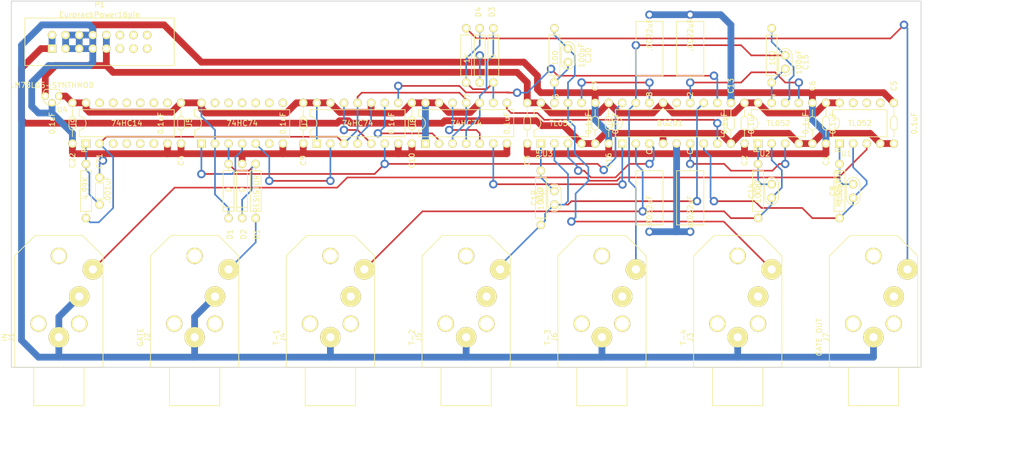
<source format=kicad_pcb>
(kicad_pcb (version 4) (host pcbnew 4.0.7)

  (general
    (links 139)
    (no_connects 0)
    (area 14.1602 80.8352 208.815715 170.340001)
    (thickness 1.6)
    (drawings 8)
    (tracks 486)
    (zones 0)
    (modules 51)
    (nets 34)
  )

  (page A4)
  (layers
    (0 F.Cu signal)
    (31 B.Cu signal)
    (32 B.Adhes user)
    (33 F.Adhes user)
    (34 B.Paste user)
    (35 F.Paste user)
    (36 B.SilkS user)
    (37 F.SilkS user)
    (38 B.Mask user)
    (39 F.Mask user)
    (40 Dwgs.User user)
    (41 Cmts.User user)
    (42 Eco1.User user)
    (43 Eco2.User user)
    (44 Edge.Cuts user)
    (45 Margin user)
    (46 B.CrtYd user)
    (47 F.CrtYd user)
    (48 B.Fab user)
    (49 F.Fab user)
  )

  (setup
    (last_trace_width 0.3048)
    (trace_clearance 0.3048)
    (zone_clearance 0.508)
    (zone_45_only no)
    (trace_min 0.2)
    (segment_width 0.2)
    (edge_width 0.15)
    (via_size 1.5748)
    (via_drill 0.9144)
    (via_min_size 0.4)
    (via_min_drill 0.3)
    (uvia_size 0.3)
    (uvia_drill 0.1)
    (uvias_allowed no)
    (uvia_min_size 0.2)
    (uvia_min_drill 0.1)
    (pcb_text_width 0.3)
    (pcb_text_size 1.5 1.5)
    (mod_edge_width 0.15)
    (mod_text_size 1 1)
    (mod_text_width 0.15)
    (pad_size 1.524 1.524)
    (pad_drill 0.762)
    (pad_to_mask_clearance 0.2)
    (aux_axis_origin 0 0)
    (visible_elements 7FFFEFFF)
    (pcbplotparams
      (layerselection 0x00030_80000001)
      (usegerberextensions false)
      (excludeedgelayer true)
      (linewidth 0.100000)
      (plotframeref false)
      (viasonmask false)
      (mode 1)
      (useauxorigin false)
      (hpglpennumber 1)
      (hpglpenspeed 20)
      (hpglpendiameter 15)
      (hpglpenoverlay 2)
      (psnegative false)
      (psa4output false)
      (plotreference true)
      (plotvalue true)
      (plotinvisibletext false)
      (padsonsilk false)
      (subtractmaskfromsilk false)
      (outputformat 1)
      (mirror false)
      (drillshape 1)
      (scaleselection 1)
      (outputdirectory ""))
  )

  (net 0 "")
  (net 1 +15V0)
  (net 2 GND)
  (net 3 VCC)
  (net 4 -15V0)
  (net 5 "Net-(C8-Pad1)")
  (net 6 "Net-(C8-Pad2)")
  (net 7 "Net-(C11-Pad1)")
  (net 8 "Net-(C12-Pad1)")
  (net 9 "Net-(C14-Pad1)")
  (net 10 "Net-(C14-Pad2)")
  (net 11 "Net-(C15-Pad1)")
  (net 12 "Net-(C15-Pad2)")
  (net 13 "Net-(C17-Pad1)")
  (net 14 "Net-(C18-Pad1)")
  (net 15 "Net-(C19-Pad1)")
  (net 16 "Net-(C19-Pad2)")
  (net 17 "Net-(C20-Pad1)")
  (net 18 "Net-(C20-Pad2)")
  (net 19 "Net-(C21-Pad1)")
  (net 20 "Net-(D1-Pad2)")
  (net 21 "Net-(D3-Pad2)")
  (net 22 "Net-(J1-Pad3)")
  (net 23 "Net-(J2-Pad3)")
  (net 24 "Net-(J7-Pad3)")
  (net 25 "Net-(R8-Pad2)")
  (net 26 "Net-(U5-Pad1)")
  (net 27 "Net-(U5-Pad5)")
  (net 28 "Net-(U6-Pad1)")
  (net 29 "Net-(U6-Pad8)")
  (net 30 "Net-(U7-Pad12)")
  (net 31 "Net-(U6-Pad9)")
  (net 32 "Net-(U7-Pad9)")
  (net 33 "Net-(U8-Pad12)")

  (net_class Default "This is the default net class."
    (clearance 0.3048)
    (trace_width 0.3048)
    (via_dia 1.5748)
    (via_drill 0.9144)
    (uvia_dia 0.3)
    (uvia_drill 0.1)
    (add_net "Net-(C11-Pad1)")
    (add_net "Net-(C12-Pad1)")
    (add_net "Net-(C14-Pad1)")
    (add_net "Net-(C14-Pad2)")
    (add_net "Net-(C15-Pad1)")
    (add_net "Net-(C15-Pad2)")
    (add_net "Net-(C17-Pad1)")
    (add_net "Net-(C18-Pad1)")
    (add_net "Net-(C19-Pad1)")
    (add_net "Net-(C19-Pad2)")
    (add_net "Net-(C20-Pad1)")
    (add_net "Net-(C20-Pad2)")
    (add_net "Net-(C21-Pad1)")
    (add_net "Net-(C8-Pad1)")
    (add_net "Net-(C8-Pad2)")
    (add_net "Net-(D1-Pad2)")
    (add_net "Net-(D3-Pad2)")
    (add_net "Net-(J1-Pad3)")
    (add_net "Net-(J2-Pad3)")
    (add_net "Net-(J7-Pad3)")
    (add_net "Net-(R8-Pad2)")
    (add_net "Net-(U5-Pad1)")
    (add_net "Net-(U5-Pad5)")
    (add_net "Net-(U6-Pad1)")
    (add_net "Net-(U6-Pad8)")
    (add_net "Net-(U6-Pad9)")
    (add_net "Net-(U7-Pad12)")
    (add_net "Net-(U7-Pad9)")
    (add_net "Net-(U8-Pad12)")
  )

  (net_class POWER ""
    (clearance 0.3048)
    (trace_width 1.27)
    (via_dia 1.5748)
    (via_drill 0.9144)
    (uvia_dia 0.3)
    (uvia_drill 0.1)
    (add_net +15V0)
    (add_net -15V0)
    (add_net GND)
    (add_net VCC)
  )

  (module FootPrints:CAP-Bypass-0.3 (layer F.Cu) (tedit 56B42E37) (tstamp 5B4BFEB8)
    (at 168.91 104.14 270)
    (path /5B4AC3D6)
    (fp_text reference C1 (at 6.985 0 270) (layer F.SilkS)
      (effects (font (size 1 1) (thickness 0.15)))
    )
    (fp_text value 0.1uF (at 0 3.81 270) (layer F.SilkS)
      (effects (font (size 1 1) (thickness 0.15)))
    )
    (fp_arc (start 0.635 0) (end 1.27 0) (angle 90) (layer F.SilkS) (width 0.15))
    (fp_arc (start 0.635 0) (end 0.635 -0.635) (angle 90) (layer F.SilkS) (width 0.15))
    (fp_arc (start -0.635 0) (end -0.635 0.635) (angle 90) (layer F.SilkS) (width 0.15))
    (fp_arc (start -0.635 0) (end -1.27 0) (angle 90) (layer F.SilkS) (width 0.15))
    (fp_line (start -0.635 0.635) (end 0.635 0.635) (layer F.SilkS) (width 0.15))
    (fp_line (start -0.635 -0.635) (end 0.635 -0.635) (layer F.SilkS) (width 0.15))
    (fp_line (start 2.54 0) (end 1.27 0) (layer F.SilkS) (width 0.15))
    (fp_line (start -2.54 0) (end -1.27 0) (layer F.SilkS) (width 0.15))
    (pad 1 thru_hole circle (at -3.81 0 270) (size 1.5748 1.5748) (drill 0.9144) (layers *.Cu *.Mask F.SilkS)
      (net 1 +15V0))
    (pad 2 thru_hole circle (at 3.81 0 270) (size 1.5748 1.5748) (drill 0.9144) (layers *.Cu *.Mask F.SilkS)
      (net 2 GND))
  )

  (module FootPrints:CAP-Bypass-0.3 (layer F.Cu) (tedit 56B42E37) (tstamp 5B4BFEBE)
    (at 153.67 104.14 270)
    (path /5B4ACC8C)
    (fp_text reference C2 (at 6.985 0 270) (layer F.SilkS)
      (effects (font (size 1 1) (thickness 0.15)))
    )
    (fp_text value 0.1uF (at 0 3.81 270) (layer F.SilkS)
      (effects (font (size 1 1) (thickness 0.15)))
    )
    (fp_arc (start 0.635 0) (end 1.27 0) (angle 90) (layer F.SilkS) (width 0.15))
    (fp_arc (start 0.635 0) (end 0.635 -0.635) (angle 90) (layer F.SilkS) (width 0.15))
    (fp_arc (start -0.635 0) (end -0.635 0.635) (angle 90) (layer F.SilkS) (width 0.15))
    (fp_arc (start -0.635 0) (end -1.27 0) (angle 90) (layer F.SilkS) (width 0.15))
    (fp_line (start -0.635 0.635) (end 0.635 0.635) (layer F.SilkS) (width 0.15))
    (fp_line (start -0.635 -0.635) (end 0.635 -0.635) (layer F.SilkS) (width 0.15))
    (fp_line (start 2.54 0) (end 1.27 0) (layer F.SilkS) (width 0.15))
    (fp_line (start -2.54 0) (end -1.27 0) (layer F.SilkS) (width 0.15))
    (pad 1 thru_hole circle (at -3.81 0 270) (size 1.5748 1.5748) (drill 0.9144) (layers *.Cu *.Mask F.SilkS)
      (net 1 +15V0))
    (pad 2 thru_hole circle (at 3.81 0 270) (size 1.5748 1.5748) (drill 0.9144) (layers *.Cu *.Mask F.SilkS)
      (net 2 GND))
  )

  (module FootPrints:CAP-Bypass-0.3 (layer F.Cu) (tedit 56B42E37) (tstamp 5B4BFEC4)
    (at 113.03 104.14 270)
    (path /5B4ACDA9)
    (fp_text reference C3 (at 6.985 0 270) (layer F.SilkS)
      (effects (font (size 1 1) (thickness 0.15)))
    )
    (fp_text value 0.1uF (at 0 3.81 270) (layer F.SilkS)
      (effects (font (size 1 1) (thickness 0.15)))
    )
    (fp_arc (start 0.635 0) (end 1.27 0) (angle 90) (layer F.SilkS) (width 0.15))
    (fp_arc (start 0.635 0) (end 0.635 -0.635) (angle 90) (layer F.SilkS) (width 0.15))
    (fp_arc (start -0.635 0) (end -0.635 0.635) (angle 90) (layer F.SilkS) (width 0.15))
    (fp_arc (start -0.635 0) (end -1.27 0) (angle 90) (layer F.SilkS) (width 0.15))
    (fp_line (start -0.635 0.635) (end 0.635 0.635) (layer F.SilkS) (width 0.15))
    (fp_line (start -0.635 -0.635) (end 0.635 -0.635) (layer F.SilkS) (width 0.15))
    (fp_line (start 2.54 0) (end 1.27 0) (layer F.SilkS) (width 0.15))
    (fp_line (start -2.54 0) (end -1.27 0) (layer F.SilkS) (width 0.15))
    (pad 1 thru_hole circle (at -3.81 0 270) (size 1.5748 1.5748) (drill 0.9144) (layers *.Cu *.Mask F.SilkS)
      (net 1 +15V0))
    (pad 2 thru_hole circle (at 3.81 0 270) (size 1.5748 1.5748) (drill 0.9144) (layers *.Cu *.Mask F.SilkS)
      (net 2 GND))
  )

  (module FootPrints:CAP-Bypass-0.3 (layer F.Cu) (tedit 56B42E37) (tstamp 5B4BFECA)
    (at 48.26 104.14 270)
    (path /5B4C0D89)
    (fp_text reference C4 (at 6.985 0 270) (layer F.SilkS)
      (effects (font (size 1 1) (thickness 0.15)))
    )
    (fp_text value 0.1uF (at 0 3.81 270) (layer F.SilkS)
      (effects (font (size 1 1) (thickness 0.15)))
    )
    (fp_arc (start 0.635 0) (end 1.27 0) (angle 90) (layer F.SilkS) (width 0.15))
    (fp_arc (start 0.635 0) (end 0.635 -0.635) (angle 90) (layer F.SilkS) (width 0.15))
    (fp_arc (start -0.635 0) (end -0.635 0.635) (angle 90) (layer F.SilkS) (width 0.15))
    (fp_arc (start -0.635 0) (end -1.27 0) (angle 90) (layer F.SilkS) (width 0.15))
    (fp_line (start -0.635 0.635) (end 0.635 0.635) (layer F.SilkS) (width 0.15))
    (fp_line (start -0.635 -0.635) (end 0.635 -0.635) (layer F.SilkS) (width 0.15))
    (fp_line (start 2.54 0) (end 1.27 0) (layer F.SilkS) (width 0.15))
    (fp_line (start -2.54 0) (end -1.27 0) (layer F.SilkS) (width 0.15))
    (pad 1 thru_hole circle (at -3.81 0 270) (size 1.5748 1.5748) (drill 0.9144) (layers *.Cu *.Mask F.SilkS)
      (net 3 VCC))
    (pad 2 thru_hole circle (at 3.81 0 270) (size 1.5748 1.5748) (drill 0.9144) (layers *.Cu *.Mask F.SilkS)
      (net 2 GND))
  )

  (module FootPrints:CAP-Bypass-0.3 (layer F.Cu) (tedit 56B42E37) (tstamp 5B4BFED0)
    (at 181.61 104.14 90)
    (path /5B4AC4EB)
    (fp_text reference C5 (at 6.985 0 90) (layer F.SilkS)
      (effects (font (size 1 1) (thickness 0.15)))
    )
    (fp_text value 0.1uF (at 0 3.81 90) (layer F.SilkS)
      (effects (font (size 1 1) (thickness 0.15)))
    )
    (fp_arc (start 0.635 0) (end 1.27 0) (angle 90) (layer F.SilkS) (width 0.15))
    (fp_arc (start 0.635 0) (end 0.635 -0.635) (angle 90) (layer F.SilkS) (width 0.15))
    (fp_arc (start -0.635 0) (end -0.635 0.635) (angle 90) (layer F.SilkS) (width 0.15))
    (fp_arc (start -0.635 0) (end -1.27 0) (angle 90) (layer F.SilkS) (width 0.15))
    (fp_line (start -0.635 0.635) (end 0.635 0.635) (layer F.SilkS) (width 0.15))
    (fp_line (start -0.635 -0.635) (end 0.635 -0.635) (layer F.SilkS) (width 0.15))
    (fp_line (start 2.54 0) (end 1.27 0) (layer F.SilkS) (width 0.15))
    (fp_line (start -2.54 0) (end -1.27 0) (layer F.SilkS) (width 0.15))
    (pad 1 thru_hole circle (at -3.81 0 90) (size 1.5748 1.5748) (drill 0.9144) (layers *.Cu *.Mask F.SilkS)
      (net 4 -15V0))
    (pad 2 thru_hole circle (at 3.81 0 90) (size 1.5748 1.5748) (drill 0.9144) (layers *.Cu *.Mask F.SilkS)
      (net 2 GND))
  )

  (module FootPrints:CAP-Bypass-0.3 (layer F.Cu) (tedit 56B42E37) (tstamp 5B4BFED6)
    (at 166.37 104.14 90)
    (path /5B4ACC92)
    (fp_text reference C6 (at 6.985 0 90) (layer F.SilkS)
      (effects (font (size 1 1) (thickness 0.15)))
    )
    (fp_text value 0.1uF (at 0 3.81 90) (layer F.SilkS)
      (effects (font (size 1 1) (thickness 0.15)))
    )
    (fp_arc (start 0.635 0) (end 1.27 0) (angle 90) (layer F.SilkS) (width 0.15))
    (fp_arc (start 0.635 0) (end 0.635 -0.635) (angle 90) (layer F.SilkS) (width 0.15))
    (fp_arc (start -0.635 0) (end -0.635 0.635) (angle 90) (layer F.SilkS) (width 0.15))
    (fp_arc (start -0.635 0) (end -1.27 0) (angle 90) (layer F.SilkS) (width 0.15))
    (fp_line (start -0.635 0.635) (end 0.635 0.635) (layer F.SilkS) (width 0.15))
    (fp_line (start -0.635 -0.635) (end 0.635 -0.635) (layer F.SilkS) (width 0.15))
    (fp_line (start 2.54 0) (end 1.27 0) (layer F.SilkS) (width 0.15))
    (fp_line (start -2.54 0) (end -1.27 0) (layer F.SilkS) (width 0.15))
    (pad 1 thru_hole circle (at -3.81 0 90) (size 1.5748 1.5748) (drill 0.9144) (layers *.Cu *.Mask F.SilkS)
      (net 4 -15V0))
    (pad 2 thru_hole circle (at 3.81 0 90) (size 1.5748 1.5748) (drill 0.9144) (layers *.Cu *.Mask F.SilkS)
      (net 2 GND))
  )

  (module FootPrints:CAP-Bypass-0.3 (layer F.Cu) (tedit 56B42E37) (tstamp 5B4BFEDC)
    (at 125.73 104.14 90)
    (path /5B4ACDAF)
    (fp_text reference C7 (at 6.985 0 90) (layer F.SilkS)
      (effects (font (size 1 1) (thickness 0.15)))
    )
    (fp_text value 0.1uF (at 0 3.81 90) (layer F.SilkS)
      (effects (font (size 1 1) (thickness 0.15)))
    )
    (fp_arc (start 0.635 0) (end 1.27 0) (angle 90) (layer F.SilkS) (width 0.15))
    (fp_arc (start 0.635 0) (end 0.635 -0.635) (angle 90) (layer F.SilkS) (width 0.15))
    (fp_arc (start -0.635 0) (end -0.635 0.635) (angle 90) (layer F.SilkS) (width 0.15))
    (fp_arc (start -0.635 0) (end -1.27 0) (angle 90) (layer F.SilkS) (width 0.15))
    (fp_line (start -0.635 0.635) (end 0.635 0.635) (layer F.SilkS) (width 0.15))
    (fp_line (start -0.635 -0.635) (end 0.635 -0.635) (layer F.SilkS) (width 0.15))
    (fp_line (start 2.54 0) (end 1.27 0) (layer F.SilkS) (width 0.15))
    (fp_line (start -2.54 0) (end -1.27 0) (layer F.SilkS) (width 0.15))
    (pad 1 thru_hole circle (at -3.81 0 90) (size 1.5748 1.5748) (drill 0.9144) (layers *.Cu *.Mask F.SilkS)
      (net 4 -15V0))
    (pad 2 thru_hole circle (at 3.81 0 90) (size 1.5748 1.5748) (drill 0.9144) (layers *.Cu *.Mask F.SilkS)
      (net 2 GND))
  )

  (module FootPrints:CAP-0.1 (layer F.Cu) (tedit 56D66FB6) (tstamp 5B4BFEE2)
    (at 173.99 116.84 270)
    (path /5B4A9995)
    (fp_text reference C8 (at 0 3.81 270) (layer F.SilkS)
      (effects (font (size 1 1) (thickness 0.15)))
    )
    (fp_text value 100pF (at 0 2.54 270) (layer F.SilkS)
      (effects (font (size 1 1) (thickness 0.15)))
    )
    (fp_arc (start 1.27 0) (end 2.54 0) (angle 90) (layer F.SilkS) (width 0.15))
    (fp_arc (start 1.27 0) (end 1.27 -1.27) (angle 90) (layer F.SilkS) (width 0.15))
    (fp_arc (start -1.27 0) (end -2.54 0) (angle 90) (layer F.SilkS) (width 0.15))
    (fp_arc (start -1.27 0) (end -1.27 1.27) (angle 90) (layer F.SilkS) (width 0.15))
    (fp_line (start 1.27 1.27) (end -1.27 1.27) (layer F.SilkS) (width 0.15))
    (fp_line (start -1.27 -1.27) (end 1.27 -1.27) (layer F.SilkS) (width 0.15))
    (pad 1 thru_hole circle (at -1.27 0 270) (size 1.5748 1.5748) (drill 0.9144) (layers *.Cu *.Mask F.SilkS)
      (net 5 "Net-(C8-Pad1)"))
    (pad 2 thru_hole circle (at 1.27 0 270) (size 1.5748 1.5748) (drill 0.9144) (layers *.Cu *.Mask F.SilkS)
      (net 6 "Net-(C8-Pad2)"))
  )

  (module FootPrints:CAP-Bypass-0.3 (layer F.Cu) (tedit 56B42E37) (tstamp 5B4BFEE8)
    (at 71.12 104.14 270)
    (path /5B4BFAC6)
    (fp_text reference C9 (at 6.985 0 270) (layer F.SilkS)
      (effects (font (size 1 1) (thickness 0.15)))
    )
    (fp_text value 0.1uF (at 0 3.81 270) (layer F.SilkS)
      (effects (font (size 1 1) (thickness 0.15)))
    )
    (fp_arc (start 0.635 0) (end 1.27 0) (angle 90) (layer F.SilkS) (width 0.15))
    (fp_arc (start 0.635 0) (end 0.635 -0.635) (angle 90) (layer F.SilkS) (width 0.15))
    (fp_arc (start -0.635 0) (end -0.635 0.635) (angle 90) (layer F.SilkS) (width 0.15))
    (fp_arc (start -0.635 0) (end -1.27 0) (angle 90) (layer F.SilkS) (width 0.15))
    (fp_line (start -0.635 0.635) (end 0.635 0.635) (layer F.SilkS) (width 0.15))
    (fp_line (start -0.635 -0.635) (end 0.635 -0.635) (layer F.SilkS) (width 0.15))
    (fp_line (start 2.54 0) (end 1.27 0) (layer F.SilkS) (width 0.15))
    (fp_line (start -2.54 0) (end -1.27 0) (layer F.SilkS) (width 0.15))
    (pad 1 thru_hole circle (at -3.81 0 270) (size 1.5748 1.5748) (drill 0.9144) (layers *.Cu *.Mask F.SilkS)
      (net 3 VCC))
    (pad 2 thru_hole circle (at 3.81 0 270) (size 1.5748 1.5748) (drill 0.9144) (layers *.Cu *.Mask F.SilkS)
      (net 2 GND))
  )

  (module FootPrints:CAP-Bypass-0.3 (layer F.Cu) (tedit 56B42E37) (tstamp 5B4BFEEE)
    (at 91.44 104.14 270)
    (path /5B4C0CC4)
    (fp_text reference C10 (at 6.985 0 270) (layer F.SilkS)
      (effects (font (size 1 1) (thickness 0.15)))
    )
    (fp_text value 0.1uF (at 0 3.81 270) (layer F.SilkS)
      (effects (font (size 1 1) (thickness 0.15)))
    )
    (fp_arc (start 0.635 0) (end 1.27 0) (angle 90) (layer F.SilkS) (width 0.15))
    (fp_arc (start 0.635 0) (end 0.635 -0.635) (angle 90) (layer F.SilkS) (width 0.15))
    (fp_arc (start -0.635 0) (end -0.635 0.635) (angle 90) (layer F.SilkS) (width 0.15))
    (fp_arc (start -0.635 0) (end -1.27 0) (angle 90) (layer F.SilkS) (width 0.15))
    (fp_line (start -0.635 0.635) (end 0.635 0.635) (layer F.SilkS) (width 0.15))
    (fp_line (start -0.635 -0.635) (end 0.635 -0.635) (layer F.SilkS) (width 0.15))
    (fp_line (start 2.54 0) (end 1.27 0) (layer F.SilkS) (width 0.15))
    (fp_line (start -2.54 0) (end -1.27 0) (layer F.SilkS) (width 0.15))
    (pad 1 thru_hole circle (at -3.81 0 270) (size 1.5748 1.5748) (drill 0.9144) (layers *.Cu *.Mask F.SilkS)
      (net 3 VCC))
    (pad 2 thru_hole circle (at 3.81 0 270) (size 1.5748 1.5748) (drill 0.9144) (layers *.Cu *.Mask F.SilkS)
      (net 2 GND))
  )

  (module FootPrints:CAP-AXIAL-0.5x0.2 (layer F.Cu) (tedit 58BF5972) (tstamp 5B4BFEF4)
    (at 140.97 116.84 270)
    (path /571FBCBE)
    (fp_text reference C11 (at -8.255 -2.54 270) (layer F.SilkS)
      (effects (font (size 1 1) (thickness 0.15)))
    )
    (fp_text value .0022uF (at 3.81 -2.54 270) (layer F.SilkS)
      (effects (font (size 1 1) (thickness 0.15)))
    )
    (fp_line (start 6.35 -5.08) (end -3.81 -5.08) (layer F.SilkS) (width 0.15))
    (fp_line (start -3.81 -5.08) (end -3.81 0) (layer F.SilkS) (width 0.15))
    (fp_line (start -3.81 0) (end 6.35 0) (layer F.SilkS) (width 0.15))
    (fp_line (start 6.35 0) (end 6.35 -5.08) (layer F.SilkS) (width 0.15))
    (fp_line (start 6.35 -2.54) (end 6.985 -2.54) (layer F.SilkS) (width 0.15))
    (fp_line (start -3.81 -2.54) (end -4.445 -2.54) (layer F.SilkS) (width 0.15))
    (pad 1 thru_hole circle (at -5.08 -2.54 270) (size 1.5748 1.5748) (drill 0.9144) (layers *.Cu *.Mask)
      (net 7 "Net-(C11-Pad1)"))
    (pad 2 thru_hole circle (at 7.62 -2.54 270) (size 1.5748 1.5748) (drill 0.9144) (layers *.Cu *.Mask)
      (net 2 GND))
  )

  (module FootPrints:CAP-AXIAL-0.5x0.2 (layer F.Cu) (tedit 58BF5972) (tstamp 5B4BFEFA)
    (at 146.05 91.44 90)
    (path /571FEDA0)
    (fp_text reference C12 (at -8.255 -2.54 90) (layer F.SilkS)
      (effects (font (size 1 1) (thickness 0.15)))
    )
    (fp_text value .0022uF (at 3.81 -2.54 90) (layer F.SilkS)
      (effects (font (size 1 1) (thickness 0.15)))
    )
    (fp_line (start 6.35 -5.08) (end -3.81 -5.08) (layer F.SilkS) (width 0.15))
    (fp_line (start -3.81 -5.08) (end -3.81 0) (layer F.SilkS) (width 0.15))
    (fp_line (start -3.81 0) (end 6.35 0) (layer F.SilkS) (width 0.15))
    (fp_line (start 6.35 0) (end 6.35 -5.08) (layer F.SilkS) (width 0.15))
    (fp_line (start 6.35 -2.54) (end 6.985 -2.54) (layer F.SilkS) (width 0.15))
    (fp_line (start -3.81 -2.54) (end -4.445 -2.54) (layer F.SilkS) (width 0.15))
    (pad 1 thru_hole circle (at -5.08 -2.54 90) (size 1.5748 1.5748) (drill 0.9144) (layers *.Cu *.Mask)
      (net 8 "Net-(C12-Pad1)"))
    (pad 2 thru_hole circle (at 7.62 -2.54 90) (size 1.5748 1.5748) (drill 0.9144) (layers *.Cu *.Mask)
      (net 2 GND))
  )

  (module FootPrints:CAP-Bypass-0.3 (layer F.Cu) (tedit 56B42E37) (tstamp 5B4BFF00)
    (at 151.13 104.14 90)
    (path /5B4C4049)
    (fp_text reference C13 (at 6.985 0 90) (layer F.SilkS)
      (effects (font (size 1 1) (thickness 0.15)))
    )
    (fp_text value 0.1uF (at 0 3.81 90) (layer F.SilkS)
      (effects (font (size 1 1) (thickness 0.15)))
    )
    (fp_arc (start 0.635 0) (end 1.27 0) (angle 90) (layer F.SilkS) (width 0.15))
    (fp_arc (start 0.635 0) (end 0.635 -0.635) (angle 90) (layer F.SilkS) (width 0.15))
    (fp_arc (start -0.635 0) (end -0.635 0.635) (angle 90) (layer F.SilkS) (width 0.15))
    (fp_arc (start -0.635 0) (end -1.27 0) (angle 90) (layer F.SilkS) (width 0.15))
    (fp_line (start -0.635 0.635) (end 0.635 0.635) (layer F.SilkS) (width 0.15))
    (fp_line (start -0.635 -0.635) (end 0.635 -0.635) (layer F.SilkS) (width 0.15))
    (fp_line (start 2.54 0) (end 1.27 0) (layer F.SilkS) (width 0.15))
    (fp_line (start -2.54 0) (end -1.27 0) (layer F.SilkS) (width 0.15))
    (pad 1 thru_hole circle (at -3.81 0 90) (size 1.5748 1.5748) (drill 0.9144) (layers *.Cu *.Mask F.SilkS)
      (net 4 -15V0))
    (pad 2 thru_hole circle (at 3.81 0 90) (size 1.5748 1.5748) (drill 0.9144) (layers *.Cu *.Mask F.SilkS)
      (net 2 GND))
  )

  (module FootPrints:CAP-0.1 (layer F.Cu) (tedit 56D66FB6) (tstamp 5B4BFF06)
    (at 158.75 116.84 270)
    (path /5B4A7E36)
    (fp_text reference C14 (at 0 3.81 270) (layer F.SilkS)
      (effects (font (size 1 1) (thickness 0.15)))
    )
    (fp_text value 100pF (at 0 2.54 270) (layer F.SilkS)
      (effects (font (size 1 1) (thickness 0.15)))
    )
    (fp_arc (start 1.27 0) (end 2.54 0) (angle 90) (layer F.SilkS) (width 0.15))
    (fp_arc (start 1.27 0) (end 1.27 -1.27) (angle 90) (layer F.SilkS) (width 0.15))
    (fp_arc (start -1.27 0) (end -2.54 0) (angle 90) (layer F.SilkS) (width 0.15))
    (fp_arc (start -1.27 0) (end -1.27 1.27) (angle 90) (layer F.SilkS) (width 0.15))
    (fp_line (start 1.27 1.27) (end -1.27 1.27) (layer F.SilkS) (width 0.15))
    (fp_line (start -1.27 -1.27) (end 1.27 -1.27) (layer F.SilkS) (width 0.15))
    (pad 1 thru_hole circle (at -1.27 0 270) (size 1.5748 1.5748) (drill 0.9144) (layers *.Cu *.Mask F.SilkS)
      (net 9 "Net-(C14-Pad1)"))
    (pad 2 thru_hole circle (at 1.27 0 270) (size 1.5748 1.5748) (drill 0.9144) (layers *.Cu *.Mask F.SilkS)
      (net 10 "Net-(C14-Pad2)"))
  )

  (module FootPrints:CAP-0.1 (layer F.Cu) (tedit 56D66FB6) (tstamp 5B4BFF0C)
    (at 161.29 92.71 90)
    (path /5B4A8283)
    (fp_text reference C15 (at 0 3.81 90) (layer F.SilkS)
      (effects (font (size 1 1) (thickness 0.15)))
    )
    (fp_text value 100pF (at 0 2.54 90) (layer F.SilkS)
      (effects (font (size 1 1) (thickness 0.15)))
    )
    (fp_arc (start 1.27 0) (end 2.54 0) (angle 90) (layer F.SilkS) (width 0.15))
    (fp_arc (start 1.27 0) (end 1.27 -1.27) (angle 90) (layer F.SilkS) (width 0.15))
    (fp_arc (start -1.27 0) (end -2.54 0) (angle 90) (layer F.SilkS) (width 0.15))
    (fp_arc (start -1.27 0) (end -1.27 1.27) (angle 90) (layer F.SilkS) (width 0.15))
    (fp_line (start 1.27 1.27) (end -1.27 1.27) (layer F.SilkS) (width 0.15))
    (fp_line (start -1.27 -1.27) (end 1.27 -1.27) (layer F.SilkS) (width 0.15))
    (pad 1 thru_hole circle (at -1.27 0 90) (size 1.5748 1.5748) (drill 0.9144) (layers *.Cu *.Mask F.SilkS)
      (net 11 "Net-(C15-Pad1)"))
    (pad 2 thru_hole circle (at 1.27 0 90) (size 1.5748 1.5748) (drill 0.9144) (layers *.Cu *.Mask F.SilkS)
      (net 12 "Net-(C15-Pad2)"))
  )

  (module FootPrints:CAP-Bypass-0.3 (layer F.Cu) (tedit 56B42E37) (tstamp 5B4BFF12)
    (at 128.27 104.14 270)
    (path /5B4C4323)
    (fp_text reference C16 (at 6.985 0 270) (layer F.SilkS)
      (effects (font (size 1 1) (thickness 0.15)))
    )
    (fp_text value 0.1uF (at 0 3.81 270) (layer F.SilkS)
      (effects (font (size 1 1) (thickness 0.15)))
    )
    (fp_arc (start 0.635 0) (end 1.27 0) (angle 90) (layer F.SilkS) (width 0.15))
    (fp_arc (start 0.635 0) (end 0.635 -0.635) (angle 90) (layer F.SilkS) (width 0.15))
    (fp_arc (start -0.635 0) (end -0.635 0.635) (angle 90) (layer F.SilkS) (width 0.15))
    (fp_arc (start -0.635 0) (end -1.27 0) (angle 90) (layer F.SilkS) (width 0.15))
    (fp_line (start -0.635 0.635) (end 0.635 0.635) (layer F.SilkS) (width 0.15))
    (fp_line (start -0.635 -0.635) (end 0.635 -0.635) (layer F.SilkS) (width 0.15))
    (fp_line (start 2.54 0) (end 1.27 0) (layer F.SilkS) (width 0.15))
    (fp_line (start -2.54 0) (end -1.27 0) (layer F.SilkS) (width 0.15))
    (pad 1 thru_hole circle (at -3.81 0 270) (size 1.5748 1.5748) (drill 0.9144) (layers *.Cu *.Mask F.SilkS)
      (net 1 +15V0))
    (pad 2 thru_hole circle (at 3.81 0 270) (size 1.5748 1.5748) (drill 0.9144) (layers *.Cu *.Mask F.SilkS)
      (net 2 GND))
  )

  (module FootPrints:CAP-AXIAL-0.5x0.2 (layer F.Cu) (tedit 58BF5972) (tstamp 5B4BFF18)
    (at 133.35 116.84 270)
    (path /571FEC4A)
    (fp_text reference C17 (at -8.255 -2.54 270) (layer F.SilkS)
      (effects (font (size 1 1) (thickness 0.15)))
    )
    (fp_text value .0022uF (at 3.81 -2.54 270) (layer F.SilkS)
      (effects (font (size 1 1) (thickness 0.15)))
    )
    (fp_line (start 6.35 -5.08) (end -3.81 -5.08) (layer F.SilkS) (width 0.15))
    (fp_line (start -3.81 -5.08) (end -3.81 0) (layer F.SilkS) (width 0.15))
    (fp_line (start -3.81 0) (end 6.35 0) (layer F.SilkS) (width 0.15))
    (fp_line (start 6.35 0) (end 6.35 -5.08) (layer F.SilkS) (width 0.15))
    (fp_line (start 6.35 -2.54) (end 6.985 -2.54) (layer F.SilkS) (width 0.15))
    (fp_line (start -3.81 -2.54) (end -4.445 -2.54) (layer F.SilkS) (width 0.15))
    (pad 1 thru_hole circle (at -5.08 -2.54 270) (size 1.5748 1.5748) (drill 0.9144) (layers *.Cu *.Mask)
      (net 13 "Net-(C17-Pad1)"))
    (pad 2 thru_hole circle (at 7.62 -2.54 270) (size 1.5748 1.5748) (drill 0.9144) (layers *.Cu *.Mask)
      (net 2 GND))
  )

  (module FootPrints:CAP-AXIAL-0.5x0.2 (layer F.Cu) (tedit 58BF5972) (tstamp 5B4BFF1E)
    (at 138.43 91.44 90)
    (path /571FF17A)
    (fp_text reference C18 (at -8.255 -2.54 90) (layer F.SilkS)
      (effects (font (size 1 1) (thickness 0.15)))
    )
    (fp_text value .0022uF (at 3.81 -2.54 90) (layer F.SilkS)
      (effects (font (size 1 1) (thickness 0.15)))
    )
    (fp_line (start 6.35 -5.08) (end -3.81 -5.08) (layer F.SilkS) (width 0.15))
    (fp_line (start -3.81 -5.08) (end -3.81 0) (layer F.SilkS) (width 0.15))
    (fp_line (start -3.81 0) (end 6.35 0) (layer F.SilkS) (width 0.15))
    (fp_line (start 6.35 0) (end 6.35 -5.08) (layer F.SilkS) (width 0.15))
    (fp_line (start 6.35 -2.54) (end 6.985 -2.54) (layer F.SilkS) (width 0.15))
    (fp_line (start -3.81 -2.54) (end -4.445 -2.54) (layer F.SilkS) (width 0.15))
    (pad 1 thru_hole circle (at -5.08 -2.54 90) (size 1.5748 1.5748) (drill 0.9144) (layers *.Cu *.Mask)
      (net 14 "Net-(C18-Pad1)"))
    (pad 2 thru_hole circle (at 7.62 -2.54 90) (size 1.5748 1.5748) (drill 0.9144) (layers *.Cu *.Mask)
      (net 2 GND))
  )

  (module FootPrints:CAP-0.1 (layer F.Cu) (tedit 56D66FB6) (tstamp 5B4BFF24)
    (at 118.11 118.11 270)
    (path /5B4A8F58)
    (fp_text reference C19 (at 0 3.81 270) (layer F.SilkS)
      (effects (font (size 1 1) (thickness 0.15)))
    )
    (fp_text value 100pF (at 0 2.54 270) (layer F.SilkS)
      (effects (font (size 1 1) (thickness 0.15)))
    )
    (fp_arc (start 1.27 0) (end 2.54 0) (angle 90) (layer F.SilkS) (width 0.15))
    (fp_arc (start 1.27 0) (end 1.27 -1.27) (angle 90) (layer F.SilkS) (width 0.15))
    (fp_arc (start -1.27 0) (end -2.54 0) (angle 90) (layer F.SilkS) (width 0.15))
    (fp_arc (start -1.27 0) (end -1.27 1.27) (angle 90) (layer F.SilkS) (width 0.15))
    (fp_line (start 1.27 1.27) (end -1.27 1.27) (layer F.SilkS) (width 0.15))
    (fp_line (start -1.27 -1.27) (end 1.27 -1.27) (layer F.SilkS) (width 0.15))
    (pad 1 thru_hole circle (at -1.27 0 270) (size 1.5748 1.5748) (drill 0.9144) (layers *.Cu *.Mask F.SilkS)
      (net 15 "Net-(C19-Pad1)"))
    (pad 2 thru_hole circle (at 1.27 0 270) (size 1.5748 1.5748) (drill 0.9144) (layers *.Cu *.Mask F.SilkS)
      (net 16 "Net-(C19-Pad2)"))
  )

  (module FootPrints:CAP-0.1 (layer F.Cu) (tedit 56D66FB6) (tstamp 5B4BFF2A)
    (at 120.65 91.44 90)
    (path /5B4A89AB)
    (fp_text reference C20 (at 0 3.81 90) (layer F.SilkS)
      (effects (font (size 1 1) (thickness 0.15)))
    )
    (fp_text value 100pF (at 0 2.54 90) (layer F.SilkS)
      (effects (font (size 1 1) (thickness 0.15)))
    )
    (fp_arc (start 1.27 0) (end 2.54 0) (angle 90) (layer F.SilkS) (width 0.15))
    (fp_arc (start 1.27 0) (end 1.27 -1.27) (angle 90) (layer F.SilkS) (width 0.15))
    (fp_arc (start -1.27 0) (end -2.54 0) (angle 90) (layer F.SilkS) (width 0.15))
    (fp_arc (start -1.27 0) (end -1.27 1.27) (angle 90) (layer F.SilkS) (width 0.15))
    (fp_line (start 1.27 1.27) (end -1.27 1.27) (layer F.SilkS) (width 0.15))
    (fp_line (start -1.27 -1.27) (end 1.27 -1.27) (layer F.SilkS) (width 0.15))
    (pad 1 thru_hole circle (at -1.27 0 90) (size 1.5748 1.5748) (drill 0.9144) (layers *.Cu *.Mask F.SilkS)
      (net 17 "Net-(C20-Pad1)"))
    (pad 2 thru_hole circle (at 1.27 0 90) (size 1.5748 1.5748) (drill 0.9144) (layers *.Cu *.Mask F.SilkS)
      (net 18 "Net-(C20-Pad2)"))
  )

  (module FootPrints:CAP-GREENIE-0.2 (layer F.Cu) (tedit 56E50A14) (tstamp 5B4BFF30)
    (at 33.02 116.84 90)
    (path /5B4BDF43)
    (fp_text reference C21 (at 5.588 0 90) (layer F.SilkS)
      (effects (font (size 1 1) (thickness 0.15)))
    )
    (fp_text value .001uF (at 0.254 1.524 90) (layer F.SilkS)
      (effects (font (size 1 1) (thickness 0.15)))
    )
    (fp_arc (start 1.27 0.508) (end 1.524 0.508) (angle 90) (layer F.SilkS) (width 0.15))
    (fp_arc (start -1.27 0.508) (end -1.27 0.762) (angle 90) (layer F.SilkS) (width 0.15))
    (fp_arc (start -1.27 -0.508) (end -1.524 -0.508) (angle 90) (layer F.SilkS) (width 0.15))
    (fp_arc (start 1.27 -0.508) (end 1.27 -0.762) (angle 90) (layer F.SilkS) (width 0.15))
    (fp_line (start 1.27 -0.762) (end -1.27 -0.762) (layer F.SilkS) (width 0.15))
    (fp_line (start -1.27 0.762) (end 1.27 0.762) (layer F.SilkS) (width 0.15))
    (fp_line (start -1.524 -0.508) (end -1.524 0.508) (layer F.SilkS) (width 0.15))
    (fp_line (start 1.524 0) (end 1.524 0.508) (layer F.SilkS) (width 0.15))
    (fp_line (start 1.524 0) (end 1.524 -0.508) (layer F.SilkS) (width 0.15))
    (pad 1 thru_hole circle (at -2.54 0 90) (size 1.5748 1.5748) (drill 0.9144) (layers *.Cu *.Mask F.SilkS)
      (net 19 "Net-(C21-Pad1)"))
    (pad 2 thru_hole circle (at 2.54 0 90) (size 1.5748 1.5748) (drill 0.9144) (layers *.Cu *.Mask F.SilkS)
      (net 2 GND))
  )

  (module FootPrints:CAP-Bypass-0.3 (layer F.Cu) (tedit 56B42E37) (tstamp 5B4BFF36)
    (at 27.94 104.14 270)
    (path /5B4BFE51)
    (fp_text reference C22 (at 6.985 0 270) (layer F.SilkS)
      (effects (font (size 1 1) (thickness 0.15)))
    )
    (fp_text value 0.1uF (at 0 3.81 270) (layer F.SilkS)
      (effects (font (size 1 1) (thickness 0.15)))
    )
    (fp_arc (start 0.635 0) (end 1.27 0) (angle 90) (layer F.SilkS) (width 0.15))
    (fp_arc (start 0.635 0) (end 0.635 -0.635) (angle 90) (layer F.SilkS) (width 0.15))
    (fp_arc (start -0.635 0) (end -0.635 0.635) (angle 90) (layer F.SilkS) (width 0.15))
    (fp_arc (start -0.635 0) (end -1.27 0) (angle 90) (layer F.SilkS) (width 0.15))
    (fp_line (start -0.635 0.635) (end 0.635 0.635) (layer F.SilkS) (width 0.15))
    (fp_line (start -0.635 -0.635) (end 0.635 -0.635) (layer F.SilkS) (width 0.15))
    (fp_line (start 2.54 0) (end 1.27 0) (layer F.SilkS) (width 0.15))
    (fp_line (start -2.54 0) (end -1.27 0) (layer F.SilkS) (width 0.15))
    (pad 1 thru_hole circle (at -3.81 0 270) (size 1.5748 1.5748) (drill 0.9144) (layers *.Cu *.Mask F.SilkS)
      (net 3 VCC))
    (pad 2 thru_hole circle (at 3.81 0 270) (size 1.5748 1.5748) (drill 0.9144) (layers *.Cu *.Mask F.SilkS)
      (net 2 GND))
  )

  (module FootPrints:DIODE0.4 (layer F.Cu) (tedit 56BA2633) (tstamp 5B4BFF3C)
    (at 57.15 116.84 90)
    (path /571FD84B)
    (fp_text reference D1 (at -8.128 0.254 90) (layer F.SilkS)
      (effects (font (size 1 1) (thickness 0.15)))
    )
    (fp_text value D (at 0.254 0 90) (layer F.SilkS)
      (effects (font (size 1 1) (thickness 0.15)))
    )
    (fp_line (start -3.048 1.016) (end -3.048 -1.016) (layer F.SilkS) (width 0.15))
    (fp_line (start -3.81 -1.016) (end -3.81 1.016) (layer F.SilkS) (width 0.15))
    (fp_line (start 3.81 -1.016) (end 3.81 1.016) (layer F.SilkS) (width 0.15))
    (fp_line (start -3.81 0) (end -4.318 0) (layer F.SilkS) (width 0.15))
    (fp_line (start 4.445 0) (end 3.81 0) (layer F.SilkS) (width 0.15))
    (fp_line (start -3.81 1.016) (end 3.81 1.016) (layer F.SilkS) (width 0.15))
    (fp_line (start 3.81 -1.016) (end -3.81 -1.016) (layer F.SilkS) (width 0.15))
    (pad 1 thru_hole circle (at -5.08 0 90) (size 1.5748 1.5748) (drill 0.9144) (layers *.Cu *.Mask F.SilkS)
      (net 3 VCC))
    (pad 2 thru_hole circle (at 5.08 0 90) (size 1.5748 1.5748) (drill 0.9144) (layers *.Cu *.Mask F.SilkS)
      (net 20 "Net-(D1-Pad2)"))
  )

  (module FootPrints:DIODE0.4 (layer F.Cu) (tedit 56BA2633) (tstamp 5B4BFF42)
    (at 59.69 116.84 90)
    (path /571FD6B8)
    (fp_text reference D2 (at -8.128 0.254 90) (layer F.SilkS)
      (effects (font (size 1 1) (thickness 0.15)))
    )
    (fp_text value D (at 0.254 0 90) (layer F.SilkS)
      (effects (font (size 1 1) (thickness 0.15)))
    )
    (fp_line (start -3.048 1.016) (end -3.048 -1.016) (layer F.SilkS) (width 0.15))
    (fp_line (start -3.81 -1.016) (end -3.81 1.016) (layer F.SilkS) (width 0.15))
    (fp_line (start 3.81 -1.016) (end 3.81 1.016) (layer F.SilkS) (width 0.15))
    (fp_line (start -3.81 0) (end -4.318 0) (layer F.SilkS) (width 0.15))
    (fp_line (start 4.445 0) (end 3.81 0) (layer F.SilkS) (width 0.15))
    (fp_line (start -3.81 1.016) (end 3.81 1.016) (layer F.SilkS) (width 0.15))
    (fp_line (start 3.81 -1.016) (end -3.81 -1.016) (layer F.SilkS) (width 0.15))
    (pad 1 thru_hole circle (at -5.08 0 90) (size 1.5748 1.5748) (drill 0.9144) (layers *.Cu *.Mask F.SilkS)
      (net 20 "Net-(D1-Pad2)"))
    (pad 2 thru_hole circle (at 5.08 0 90) (size 1.5748 1.5748) (drill 0.9144) (layers *.Cu *.Mask F.SilkS)
      (net 2 GND))
  )

  (module FootPrints:DIODE0.4 (layer F.Cu) (tedit 56BA2633) (tstamp 5B4BFF48)
    (at 106.68 91.44 270)
    (path /5B4C1DEC)
    (fp_text reference D3 (at -8.128 0.254 270) (layer F.SilkS)
      (effects (font (size 1 1) (thickness 0.15)))
    )
    (fp_text value D (at 0.254 0 270) (layer F.SilkS)
      (effects (font (size 1 1) (thickness 0.15)))
    )
    (fp_line (start -3.048 1.016) (end -3.048 -1.016) (layer F.SilkS) (width 0.15))
    (fp_line (start -3.81 -1.016) (end -3.81 1.016) (layer F.SilkS) (width 0.15))
    (fp_line (start 3.81 -1.016) (end 3.81 1.016) (layer F.SilkS) (width 0.15))
    (fp_line (start -3.81 0) (end -4.318 0) (layer F.SilkS) (width 0.15))
    (fp_line (start 4.445 0) (end 3.81 0) (layer F.SilkS) (width 0.15))
    (fp_line (start -3.81 1.016) (end 3.81 1.016) (layer F.SilkS) (width 0.15))
    (fp_line (start 3.81 -1.016) (end -3.81 -1.016) (layer F.SilkS) (width 0.15))
    (pad 1 thru_hole circle (at -5.08 0 270) (size 1.5748 1.5748) (drill 0.9144) (layers *.Cu *.Mask F.SilkS)
      (net 3 VCC))
    (pad 2 thru_hole circle (at 5.08 0 270) (size 1.5748 1.5748) (drill 0.9144) (layers *.Cu *.Mask F.SilkS)
      (net 21 "Net-(D3-Pad2)"))
  )

  (module FootPrints:DIODE0.4 (layer F.Cu) (tedit 56BA2633) (tstamp 5B4BFF4E)
    (at 104.14 91.44 270)
    (path /5B4C1DE6)
    (fp_text reference D4 (at -8.128 0.254 270) (layer F.SilkS)
      (effects (font (size 1 1) (thickness 0.15)))
    )
    (fp_text value D (at 0.254 0 270) (layer F.SilkS)
      (effects (font (size 1 1) (thickness 0.15)))
    )
    (fp_line (start -3.048 1.016) (end -3.048 -1.016) (layer F.SilkS) (width 0.15))
    (fp_line (start -3.81 -1.016) (end -3.81 1.016) (layer F.SilkS) (width 0.15))
    (fp_line (start 3.81 -1.016) (end 3.81 1.016) (layer F.SilkS) (width 0.15))
    (fp_line (start -3.81 0) (end -4.318 0) (layer F.SilkS) (width 0.15))
    (fp_line (start 4.445 0) (end 3.81 0) (layer F.SilkS) (width 0.15))
    (fp_line (start -3.81 1.016) (end 3.81 1.016) (layer F.SilkS) (width 0.15))
    (fp_line (start 3.81 -1.016) (end -3.81 -1.016) (layer F.SilkS) (width 0.15))
    (pad 1 thru_hole circle (at -5.08 0 270) (size 1.5748 1.5748) (drill 0.9144) (layers *.Cu *.Mask F.SilkS)
      (net 21 "Net-(D3-Pad2)"))
    (pad 2 thru_hole circle (at 5.08 0 270) (size 1.5748 1.5748) (drill 0.9144) (layers *.Cu *.Mask F.SilkS)
      (net 2 GND))
  )

  (module FootPrints:PHONE-SC112A (layer F.Cu) (tedit 5B497D3B) (tstamp 5B4BFF58)
    (at 25.4 149.86 270)
    (path /571FD3AB)
    (fp_text reference J1 (at -5.6388 8.89 270) (layer F.SilkS)
      (effects (font (size 1 1) (thickness 0.15)))
    )
    (fp_text value IN (at -5.6388 10.16 270) (layer F.SilkS)
      (effects (font (size 1 1) (thickness 0.15)))
    )
    (fp_line (start 0 -4.699) (end 7.1882 -4.699) (layer F.SilkS) (width 0.15))
    (fp_line (start 7.1882 -4.699) (end 7.1882 4.699) (layer F.SilkS) (width 0.15))
    (fp_line (start 7.1882 4.699) (end 0 4.699) (layer F.SilkS) (width 0.15))
    (fp_line (start -24.6888 4.445) (end -24.6888 -4.445) (layer F.SilkS) (width 0.15))
    (fp_line (start -24.6888 -4.445) (end -20.8788 -8.255) (layer F.SilkS) (width 0.15))
    (fp_line (start -20.8788 -8.255) (end 0 -8.255) (layer F.SilkS) (width 0.15))
    (fp_line (start 0 -8.255) (end 0 8.255) (layer F.SilkS) (width 0.15))
    (fp_line (start 0 8.255) (end -20.8788 8.255) (layer F.SilkS) (width 0.15))
    (fp_line (start -20.8788 8.255) (end -24.6888 4.445) (layer F.SilkS) (width 0.15))
    (pad 1 thru_hole circle (at -5.6388 0 270) (size 3.81 3.81) (drill 1.524) (layers *.Cu *.Mask F.SilkS)
      (net 2 GND))
    (pad "" thru_hole circle (at -8.1788 -3.81 270) (size 3.048 3.048) (drill 2.413) (layers *.Cu *.Mask F.SilkS))
    (pad 2 thru_hole circle (at -13.2588 -3.81 270) (size 3.81 3.81) (drill 1.524) (layers *.Cu *.Mask F.SilkS)
      (net 2 GND))
    (pad 3 thru_hole circle (at -18.3388 -6.35 270) (size 3.81 3.81) (drill 1.524) (layers *.Cu *.Mask F.SilkS)
      (net 22 "Net-(J1-Pad3)"))
    (pad "" thru_hole circle (at -20.8788 0 270) (size 3.048 3.048) (drill 2.413) (layers *.Cu *.Mask F.SilkS))
    (pad "" thru_hole circle (at -8.1788 3.81 270) (size 3.048 3.048) (drill 2.413) (layers *.Cu *.Mask F.SilkS))
  )

  (module FootPrints:PHONE-SC112A (layer F.Cu) (tedit 5B497D3B) (tstamp 5B4BFF62)
    (at 50.8 149.86 270)
    (path /571FD475)
    (fp_text reference J2 (at -5.6388 8.89 270) (layer F.SilkS)
      (effects (font (size 1 1) (thickness 0.15)))
    )
    (fp_text value GATE (at -5.6388 10.16 270) (layer F.SilkS)
      (effects (font (size 1 1) (thickness 0.15)))
    )
    (fp_line (start 0 -4.699) (end 7.1882 -4.699) (layer F.SilkS) (width 0.15))
    (fp_line (start 7.1882 -4.699) (end 7.1882 4.699) (layer F.SilkS) (width 0.15))
    (fp_line (start 7.1882 4.699) (end 0 4.699) (layer F.SilkS) (width 0.15))
    (fp_line (start -24.6888 4.445) (end -24.6888 -4.445) (layer F.SilkS) (width 0.15))
    (fp_line (start -24.6888 -4.445) (end -20.8788 -8.255) (layer F.SilkS) (width 0.15))
    (fp_line (start -20.8788 -8.255) (end 0 -8.255) (layer F.SilkS) (width 0.15))
    (fp_line (start 0 -8.255) (end 0 8.255) (layer F.SilkS) (width 0.15))
    (fp_line (start 0 8.255) (end -20.8788 8.255) (layer F.SilkS) (width 0.15))
    (fp_line (start -20.8788 8.255) (end -24.6888 4.445) (layer F.SilkS) (width 0.15))
    (pad 1 thru_hole circle (at -5.6388 0 270) (size 3.81 3.81) (drill 1.524) (layers *.Cu *.Mask F.SilkS)
      (net 2 GND))
    (pad "" thru_hole circle (at -8.1788 -3.81 270) (size 3.048 3.048) (drill 2.413) (layers *.Cu *.Mask F.SilkS))
    (pad 2 thru_hole circle (at -13.2588 -3.81 270) (size 3.81 3.81) (drill 1.524) (layers *.Cu *.Mask F.SilkS)
      (net 2 GND))
    (pad 3 thru_hole circle (at -18.3388 -6.35 270) (size 3.81 3.81) (drill 1.524) (layers *.Cu *.Mask F.SilkS)
      (net 23 "Net-(J2-Pad3)"))
    (pad "" thru_hole circle (at -20.8788 0 270) (size 3.048 3.048) (drill 2.413) (layers *.Cu *.Mask F.SilkS))
    (pad "" thru_hole circle (at -8.1788 3.81 270) (size 3.048 3.048) (drill 2.413) (layers *.Cu *.Mask F.SilkS))
  )

  (module FootPrints:PHONE-SC112A (layer F.Cu) (tedit 5B497D3B) (tstamp 5B4BFF6C)
    (at 152.4 149.86 270)
    (path /572008FC)
    (fp_text reference J3 (at -5.6388 8.89 270) (layer F.SilkS)
      (effects (font (size 1 1) (thickness 0.15)))
    )
    (fp_text value T-4 (at -5.6388 10.16 270) (layer F.SilkS)
      (effects (font (size 1 1) (thickness 0.15)))
    )
    (fp_line (start 0 -4.699) (end 7.1882 -4.699) (layer F.SilkS) (width 0.15))
    (fp_line (start 7.1882 -4.699) (end 7.1882 4.699) (layer F.SilkS) (width 0.15))
    (fp_line (start 7.1882 4.699) (end 0 4.699) (layer F.SilkS) (width 0.15))
    (fp_line (start -24.6888 4.445) (end -24.6888 -4.445) (layer F.SilkS) (width 0.15))
    (fp_line (start -24.6888 -4.445) (end -20.8788 -8.255) (layer F.SilkS) (width 0.15))
    (fp_line (start -20.8788 -8.255) (end 0 -8.255) (layer F.SilkS) (width 0.15))
    (fp_line (start 0 -8.255) (end 0 8.255) (layer F.SilkS) (width 0.15))
    (fp_line (start 0 8.255) (end -20.8788 8.255) (layer F.SilkS) (width 0.15))
    (fp_line (start -20.8788 8.255) (end -24.6888 4.445) (layer F.SilkS) (width 0.15))
    (pad 1 thru_hole circle (at -5.6388 0 270) (size 3.81 3.81) (drill 1.524) (layers *.Cu *.Mask F.SilkS)
      (net 2 GND))
    (pad "" thru_hole circle (at -8.1788 -3.81 270) (size 3.048 3.048) (drill 2.413) (layers *.Cu *.Mask F.SilkS))
    (pad 2 thru_hole circle (at -13.2588 -3.81 270) (size 3.81 3.81) (drill 1.524) (layers *.Cu *.Mask F.SilkS))
    (pad 3 thru_hole circle (at -18.3388 -6.35 270) (size 3.81 3.81) (drill 1.524) (layers *.Cu *.Mask F.SilkS)
      (net 18 "Net-(C20-Pad2)"))
    (pad "" thru_hole circle (at -20.8788 0 270) (size 3.048 3.048) (drill 2.413) (layers *.Cu *.Mask F.SilkS))
    (pad "" thru_hole circle (at -8.1788 3.81 270) (size 3.048 3.048) (drill 2.413) (layers *.Cu *.Mask F.SilkS))
  )

  (module FootPrints:PHONE-SC112A (layer F.Cu) (tedit 5B497D3B) (tstamp 5B4BFF76)
    (at 76.2 149.86 270)
    (path /57200662)
    (fp_text reference J4 (at -5.6388 8.89 270) (layer F.SilkS)
      (effects (font (size 1 1) (thickness 0.15)))
    )
    (fp_text value T-1 (at -5.6388 10.16 270) (layer F.SilkS)
      (effects (font (size 1 1) (thickness 0.15)))
    )
    (fp_line (start 0 -4.699) (end 7.1882 -4.699) (layer F.SilkS) (width 0.15))
    (fp_line (start 7.1882 -4.699) (end 7.1882 4.699) (layer F.SilkS) (width 0.15))
    (fp_line (start 7.1882 4.699) (end 0 4.699) (layer F.SilkS) (width 0.15))
    (fp_line (start -24.6888 4.445) (end -24.6888 -4.445) (layer F.SilkS) (width 0.15))
    (fp_line (start -24.6888 -4.445) (end -20.8788 -8.255) (layer F.SilkS) (width 0.15))
    (fp_line (start -20.8788 -8.255) (end 0 -8.255) (layer F.SilkS) (width 0.15))
    (fp_line (start 0 -8.255) (end 0 8.255) (layer F.SilkS) (width 0.15))
    (fp_line (start 0 8.255) (end -20.8788 8.255) (layer F.SilkS) (width 0.15))
    (fp_line (start -20.8788 8.255) (end -24.6888 4.445) (layer F.SilkS) (width 0.15))
    (pad 1 thru_hole circle (at -5.6388 0 270) (size 3.81 3.81) (drill 1.524) (layers *.Cu *.Mask F.SilkS)
      (net 2 GND))
    (pad "" thru_hole circle (at -8.1788 -3.81 270) (size 3.048 3.048) (drill 2.413) (layers *.Cu *.Mask F.SilkS))
    (pad 2 thru_hole circle (at -13.2588 -3.81 270) (size 3.81 3.81) (drill 1.524) (layers *.Cu *.Mask F.SilkS))
    (pad 3 thru_hole circle (at -18.3388 -6.35 270) (size 3.81 3.81) (drill 1.524) (layers *.Cu *.Mask F.SilkS)
      (net 10 "Net-(C14-Pad2)"))
    (pad "" thru_hole circle (at -20.8788 0 270) (size 3.048 3.048) (drill 2.413) (layers *.Cu *.Mask F.SilkS))
    (pad "" thru_hole circle (at -8.1788 3.81 270) (size 3.048 3.048) (drill 2.413) (layers *.Cu *.Mask F.SilkS))
  )

  (module FootPrints:PHONE-SC112A (layer F.Cu) (tedit 5B497D3B) (tstamp 5B4BFF80)
    (at 101.6 149.86 270)
    (path /572007F5)
    (fp_text reference J5 (at -5.6388 8.89 270) (layer F.SilkS)
      (effects (font (size 1 1) (thickness 0.15)))
    )
    (fp_text value T-2 (at -5.6388 10.16 270) (layer F.SilkS)
      (effects (font (size 1 1) (thickness 0.15)))
    )
    (fp_line (start 0 -4.699) (end 7.1882 -4.699) (layer F.SilkS) (width 0.15))
    (fp_line (start 7.1882 -4.699) (end 7.1882 4.699) (layer F.SilkS) (width 0.15))
    (fp_line (start 7.1882 4.699) (end 0 4.699) (layer F.SilkS) (width 0.15))
    (fp_line (start -24.6888 4.445) (end -24.6888 -4.445) (layer F.SilkS) (width 0.15))
    (fp_line (start -24.6888 -4.445) (end -20.8788 -8.255) (layer F.SilkS) (width 0.15))
    (fp_line (start -20.8788 -8.255) (end 0 -8.255) (layer F.SilkS) (width 0.15))
    (fp_line (start 0 -8.255) (end 0 8.255) (layer F.SilkS) (width 0.15))
    (fp_line (start 0 8.255) (end -20.8788 8.255) (layer F.SilkS) (width 0.15))
    (fp_line (start -20.8788 8.255) (end -24.6888 4.445) (layer F.SilkS) (width 0.15))
    (pad 1 thru_hole circle (at -5.6388 0 270) (size 3.81 3.81) (drill 1.524) (layers *.Cu *.Mask F.SilkS)
      (net 2 GND))
    (pad "" thru_hole circle (at -8.1788 -3.81 270) (size 3.048 3.048) (drill 2.413) (layers *.Cu *.Mask F.SilkS))
    (pad 2 thru_hole circle (at -13.2588 -3.81 270) (size 3.81 3.81) (drill 1.524) (layers *.Cu *.Mask F.SilkS))
    (pad 3 thru_hole circle (at -18.3388 -6.35 270) (size 3.81 3.81) (drill 1.524) (layers *.Cu *.Mask F.SilkS)
      (net 16 "Net-(C19-Pad2)"))
    (pad "" thru_hole circle (at -20.8788 0 270) (size 3.048 3.048) (drill 2.413) (layers *.Cu *.Mask F.SilkS))
    (pad "" thru_hole circle (at -8.1788 3.81 270) (size 3.048 3.048) (drill 2.413) (layers *.Cu *.Mask F.SilkS))
  )

  (module FootPrints:PHONE-SC112A (layer F.Cu) (tedit 5B497D3B) (tstamp 5B4BFF8A)
    (at 127 149.86 270)
    (path /57200875)
    (fp_text reference J6 (at -5.6388 8.89 270) (layer F.SilkS)
      (effects (font (size 1 1) (thickness 0.15)))
    )
    (fp_text value T-3 (at -5.6388 10.16 270) (layer F.SilkS)
      (effects (font (size 1 1) (thickness 0.15)))
    )
    (fp_line (start 0 -4.699) (end 7.1882 -4.699) (layer F.SilkS) (width 0.15))
    (fp_line (start 7.1882 -4.699) (end 7.1882 4.699) (layer F.SilkS) (width 0.15))
    (fp_line (start 7.1882 4.699) (end 0 4.699) (layer F.SilkS) (width 0.15))
    (fp_line (start -24.6888 4.445) (end -24.6888 -4.445) (layer F.SilkS) (width 0.15))
    (fp_line (start -24.6888 -4.445) (end -20.8788 -8.255) (layer F.SilkS) (width 0.15))
    (fp_line (start -20.8788 -8.255) (end 0 -8.255) (layer F.SilkS) (width 0.15))
    (fp_line (start 0 -8.255) (end 0 8.255) (layer F.SilkS) (width 0.15))
    (fp_line (start 0 8.255) (end -20.8788 8.255) (layer F.SilkS) (width 0.15))
    (fp_line (start -20.8788 8.255) (end -24.6888 4.445) (layer F.SilkS) (width 0.15))
    (pad 1 thru_hole circle (at -5.6388 0 270) (size 3.81 3.81) (drill 1.524) (layers *.Cu *.Mask F.SilkS)
      (net 2 GND))
    (pad "" thru_hole circle (at -8.1788 -3.81 270) (size 3.048 3.048) (drill 2.413) (layers *.Cu *.Mask F.SilkS))
    (pad 2 thru_hole circle (at -13.2588 -3.81 270) (size 3.81 3.81) (drill 1.524) (layers *.Cu *.Mask F.SilkS))
    (pad 3 thru_hole circle (at -18.3388 -6.35 270) (size 3.81 3.81) (drill 1.524) (layers *.Cu *.Mask F.SilkS)
      (net 12 "Net-(C15-Pad2)"))
    (pad "" thru_hole circle (at -20.8788 0 270) (size 3.048 3.048) (drill 2.413) (layers *.Cu *.Mask F.SilkS))
    (pad "" thru_hole circle (at -8.1788 3.81 270) (size 3.048 3.048) (drill 2.413) (layers *.Cu *.Mask F.SilkS))
  )

  (module FootPrints:PHONE-SC112A (layer F.Cu) (tedit 5B497D3B) (tstamp 5B4BFF94)
    (at 177.8 149.86 270)
    (path /57201A9D)
    (fp_text reference J7 (at -5.6388 8.89 270) (layer F.SilkS)
      (effects (font (size 1 1) (thickness 0.15)))
    )
    (fp_text value "GATE OUT" (at -5.6388 10.16 270) (layer F.SilkS)
      (effects (font (size 1 1) (thickness 0.15)))
    )
    (fp_line (start 0 -4.699) (end 7.1882 -4.699) (layer F.SilkS) (width 0.15))
    (fp_line (start 7.1882 -4.699) (end 7.1882 4.699) (layer F.SilkS) (width 0.15))
    (fp_line (start 7.1882 4.699) (end 0 4.699) (layer F.SilkS) (width 0.15))
    (fp_line (start -24.6888 4.445) (end -24.6888 -4.445) (layer F.SilkS) (width 0.15))
    (fp_line (start -24.6888 -4.445) (end -20.8788 -8.255) (layer F.SilkS) (width 0.15))
    (fp_line (start -20.8788 -8.255) (end 0 -8.255) (layer F.SilkS) (width 0.15))
    (fp_line (start 0 -8.255) (end 0 8.255) (layer F.SilkS) (width 0.15))
    (fp_line (start 0 8.255) (end -20.8788 8.255) (layer F.SilkS) (width 0.15))
    (fp_line (start -20.8788 8.255) (end -24.6888 4.445) (layer F.SilkS) (width 0.15))
    (pad 1 thru_hole circle (at -5.6388 0 270) (size 3.81 3.81) (drill 1.524) (layers *.Cu *.Mask F.SilkS)
      (net 2 GND))
    (pad "" thru_hole circle (at -8.1788 -3.81 270) (size 3.048 3.048) (drill 2.413) (layers *.Cu *.Mask F.SilkS))
    (pad 2 thru_hole circle (at -13.2588 -3.81 270) (size 3.81 3.81) (drill 1.524) (layers *.Cu *.Mask F.SilkS))
    (pad 3 thru_hole circle (at -18.3388 -6.35 270) (size 3.81 3.81) (drill 1.524) (layers *.Cu *.Mask F.SilkS)
      (net 24 "Net-(J7-Pad3)"))
    (pad "" thru_hole circle (at -20.8788 0 270) (size 3.048 3.048) (drill 2.413) (layers *.Cu *.Mask F.SilkS))
    (pad "" thru_hole circle (at -8.1788 3.81 270) (size 3.048 3.048) (drill 2.413) (layers *.Cu *.Mask F.SilkS))
  )

  (module FootPrints:IDC8x2_Vert (layer F.Cu) (tedit 58C886C8) (tstamp 5B4BFFA8)
    (at 33.02 88.9 180)
    (path /5B4C3AB7)
    (fp_text reference P1 (at 0 6.985 180) (layer F.SilkS)
      (effects (font (size 1 1) (thickness 0.15)))
    )
    (fp_text value EurorackPower16pin (at 0 5.08 180) (layer F.SilkS)
      (effects (font (size 1 1) (thickness 0.15)))
    )
    (fp_line (start -13.97 3.81) (end -13.97 4.445) (layer F.SilkS) (width 0.15))
    (fp_line (start -13.97 4.445) (end 13.97 4.445) (layer F.SilkS) (width 0.15))
    (fp_line (start 13.97 4.445) (end 13.97 3.81) (layer F.SilkS) (width 0.15))
    (fp_line (start 13.97 -3.81) (end 13.97 -4.445) (layer F.SilkS) (width 0.15))
    (fp_line (start 13.97 -4.445) (end -13.97 -4.445) (layer F.SilkS) (width 0.15))
    (fp_line (start -13.97 -4.445) (end -13.97 -3.81) (layer F.SilkS) (width 0.15))
    (fp_line (start 13.97 2.54) (end 13.97 3.81) (layer F.SilkS) (width 0.15))
    (fp_line (start -13.97 3.81) (end -13.97 2.54) (layer F.SilkS) (width 0.15))
    (fp_line (start -13.97 -2.54) (end -13.97 -3.81) (layer F.SilkS) (width 0.15))
    (fp_line (start 13.97 -3.81) (end 13.97 -2.54) (layer F.SilkS) (width 0.15))
    (fp_line (start -13.97 2.54) (end -13.97 -2.54) (layer F.SilkS) (width 0.15))
    (fp_line (start 13.97 -2.54) (end 13.97 2.54) (layer F.SilkS) (width 0.15))
    (pad 1 thru_hole rect (at 8.89 -1.27 180) (size 1.5748 1.5748) (drill 0.9144) (layers *.Cu *.Mask F.SilkS)
      (net 4 -15V0))
    (pad 2 thru_hole circle (at 8.89 1.27 180) (size 1.5748 1.5748) (drill 0.9144) (layers *.Cu *.Mask F.SilkS)
      (net 4 -15V0))
    (pad 3 thru_hole circle (at 6.35 -1.27 180) (size 1.5748 1.5748) (drill 0.9144) (layers *.Cu *.Mask F.SilkS)
      (net 2 GND))
    (pad 4 thru_hole circle (at 6.35 1.27 180) (size 1.5748 1.5748) (drill 0.9144) (layers *.Cu *.Mask F.SilkS)
      (net 2 GND))
    (pad 5 thru_hole circle (at 3.81 -1.27 180) (size 1.5748 1.5748) (drill 0.9144) (layers *.Cu *.Mask F.SilkS)
      (net 2 GND))
    (pad 6 thru_hole circle (at 3.81 1.27 180) (size 1.5748 1.5748) (drill 0.9144) (layers *.Cu *.Mask F.SilkS)
      (net 2 GND))
    (pad 7 thru_hole circle (at 1.27 -1.27 180) (size 1.5748 1.5748) (drill 0.9144) (layers *.Cu *.Mask F.SilkS)
      (net 2 GND))
    (pad 8 thru_hole circle (at 1.27 1.27 180) (size 1.5748 1.5748) (drill 0.9144) (layers *.Cu *.Mask F.SilkS)
      (net 2 GND))
    (pad 9 thru_hole circle (at -1.27 -1.27 180) (size 1.5748 1.5748) (drill 0.9144) (layers *.Cu *.Mask F.SilkS)
      (net 1 +15V0))
    (pad 10 thru_hole circle (at -1.27 1.27 180) (size 1.5748 1.5748) (drill 0.9144) (layers *.Cu *.Mask F.SilkS)
      (net 1 +15V0))
    (pad 11 thru_hole circle (at -3.81 -1.27 180) (size 1.5748 1.5748) (drill 0.9144) (layers *.Cu *.Mask F.SilkS))
    (pad 12 thru_hole circle (at -3.81 1.27 180) (size 1.5748 1.5748) (drill 0.9144) (layers *.Cu *.Mask F.SilkS))
    (pad 13 thru_hole circle (at -6.35 -1.27 180) (size 1.5748 1.5748) (drill 0.9144) (layers *.Cu *.Mask F.SilkS))
    (pad 14 thru_hole circle (at -6.35 1.27 180) (size 1.5748 1.5748) (drill 0.9144) (layers *.Cu *.Mask F.SilkS))
    (pad 15 thru_hole circle (at -8.89 -1.27 180) (size 1.5748 1.5748) (drill 0.9144) (layers *.Cu *.Mask F.SilkS))
    (pad 16 thru_hole circle (at -8.89 1.27 180) (size 1.5748 1.5748) (drill 0.9144) (layers *.Cu *.Mask F.SilkS))
  )

  (module FootPrints:AXIAL0.4 (layer F.Cu) (tedit 56ACF211) (tstamp 5B4BFFAE)
    (at 62.23 116.84 90)
    (path /571FD56E)
    (fp_text reference R1 (at -8.128 0.254 90) (layer F.SilkS)
      (effects (font (size 1 1) (thickness 0.15)))
    )
    (fp_text value RESISTOR (at -0.508 0.127 90) (layer F.SilkS)
      (effects (font (size 1 1) (thickness 0.15)))
    )
    (fp_line (start -3.81 -1.016) (end -3.81 1.016) (layer F.SilkS) (width 0.15))
    (fp_line (start 3.81 -1.016) (end 3.81 1.016) (layer F.SilkS) (width 0.15))
    (fp_line (start -3.81 0) (end -4.318 0) (layer F.SilkS) (width 0.15))
    (fp_line (start 4.445 0) (end 3.81 0) (layer F.SilkS) (width 0.15))
    (fp_line (start -3.81 1.016) (end 3.81 1.016) (layer F.SilkS) (width 0.15))
    (fp_line (start 3.81 -1.016) (end -3.81 -1.016) (layer F.SilkS) (width 0.15))
    (pad 1 thru_hole circle (at -5.08 0 90) (size 1.5748 1.5748) (drill 0.9144) (layers *.Cu *.Mask F.SilkS)
      (net 23 "Net-(J2-Pad3)"))
    (pad 2 thru_hole circle (at 5.08 0 90) (size 1.5748 1.5748) (drill 0.9144) (layers *.Cu *.Mask F.SilkS)
      (net 20 "Net-(D1-Pad2)"))
  )

  (module FootPrints:AXIAL0.4 (layer F.Cu) (tedit 56ACF211) (tstamp 5B4BFFB4)
    (at 171.45 116.84 270)
    (path /57215B1E)
    (fp_text reference R2 (at -8.128 0.254 270) (layer F.SilkS)
      (effects (font (size 1 1) (thickness 0.15)))
    )
    (fp_text value RESISTOR (at -0.508 0.127 270) (layer F.SilkS)
      (effects (font (size 1 1) (thickness 0.15)))
    )
    (fp_line (start -3.81 -1.016) (end -3.81 1.016) (layer F.SilkS) (width 0.15))
    (fp_line (start 3.81 -1.016) (end 3.81 1.016) (layer F.SilkS) (width 0.15))
    (fp_line (start -3.81 0) (end -4.318 0) (layer F.SilkS) (width 0.15))
    (fp_line (start 4.445 0) (end 3.81 0) (layer F.SilkS) (width 0.15))
    (fp_line (start -3.81 1.016) (end 3.81 1.016) (layer F.SilkS) (width 0.15))
    (fp_line (start 3.81 -1.016) (end -3.81 -1.016) (layer F.SilkS) (width 0.15))
    (pad 1 thru_hole circle (at -5.08 0 270) (size 1.5748 1.5748) (drill 0.9144) (layers *.Cu *.Mask F.SilkS)
      (net 5 "Net-(C8-Pad1)"))
    (pad 2 thru_hole circle (at 5.08 0 270) (size 1.5748 1.5748) (drill 0.9144) (layers *.Cu *.Mask F.SilkS)
      (net 6 "Net-(C8-Pad2)"))
  )

  (module FootPrints:AXIAL0.4 (layer F.Cu) (tedit 56ACF211) (tstamp 5B4BFFBA)
    (at 156.21 116.84 270)
    (path /57212F90)
    (fp_text reference R3 (at -8.128 0.254 270) (layer F.SilkS)
      (effects (font (size 1 1) (thickness 0.15)))
    )
    (fp_text value 100 (at -0.508 0.127 270) (layer F.SilkS)
      (effects (font (size 1 1) (thickness 0.15)))
    )
    (fp_line (start -3.81 -1.016) (end -3.81 1.016) (layer F.SilkS) (width 0.15))
    (fp_line (start 3.81 -1.016) (end 3.81 1.016) (layer F.SilkS) (width 0.15))
    (fp_line (start -3.81 0) (end -4.318 0) (layer F.SilkS) (width 0.15))
    (fp_line (start 4.445 0) (end 3.81 0) (layer F.SilkS) (width 0.15))
    (fp_line (start -3.81 1.016) (end 3.81 1.016) (layer F.SilkS) (width 0.15))
    (fp_line (start 3.81 -1.016) (end -3.81 -1.016) (layer F.SilkS) (width 0.15))
    (pad 1 thru_hole circle (at -5.08 0 270) (size 1.5748 1.5748) (drill 0.9144) (layers *.Cu *.Mask F.SilkS)
      (net 9 "Net-(C14-Pad1)"))
    (pad 2 thru_hole circle (at 5.08 0 270) (size 1.5748 1.5748) (drill 0.9144) (layers *.Cu *.Mask F.SilkS)
      (net 10 "Net-(C14-Pad2)"))
  )

  (module FootPrints:AXIAL0.4 (layer F.Cu) (tedit 56ACF211) (tstamp 5B4BFFC0)
    (at 158.75 91.44 90)
    (path /571FEDAF)
    (fp_text reference R4 (at -8.128 0.254 90) (layer F.SilkS)
      (effects (font (size 1 1) (thickness 0.15)))
    )
    (fp_text value 100 (at -0.508 0.127 90) (layer F.SilkS)
      (effects (font (size 1 1) (thickness 0.15)))
    )
    (fp_line (start -3.81 -1.016) (end -3.81 1.016) (layer F.SilkS) (width 0.15))
    (fp_line (start 3.81 -1.016) (end 3.81 1.016) (layer F.SilkS) (width 0.15))
    (fp_line (start -3.81 0) (end -4.318 0) (layer F.SilkS) (width 0.15))
    (fp_line (start 4.445 0) (end 3.81 0) (layer F.SilkS) (width 0.15))
    (fp_line (start -3.81 1.016) (end 3.81 1.016) (layer F.SilkS) (width 0.15))
    (fp_line (start 3.81 -1.016) (end -3.81 -1.016) (layer F.SilkS) (width 0.15))
    (pad 1 thru_hole circle (at -5.08 0 90) (size 1.5748 1.5748) (drill 0.9144) (layers *.Cu *.Mask F.SilkS)
      (net 11 "Net-(C15-Pad1)"))
    (pad 2 thru_hole circle (at 5.08 0 90) (size 1.5748 1.5748) (drill 0.9144) (layers *.Cu *.Mask F.SilkS)
      (net 12 "Net-(C15-Pad2)"))
  )

  (module FootPrints:AXIAL0.4 (layer F.Cu) (tedit 56ACF211) (tstamp 5B4BFFC6)
    (at 115.57 118.11 270)
    (path /571FEC59)
    (fp_text reference R5 (at -8.128 0.254 270) (layer F.SilkS)
      (effects (font (size 1 1) (thickness 0.15)))
    )
    (fp_text value 100 (at -0.508 0.127 270) (layer F.SilkS)
      (effects (font (size 1 1) (thickness 0.15)))
    )
    (fp_line (start -3.81 -1.016) (end -3.81 1.016) (layer F.SilkS) (width 0.15))
    (fp_line (start 3.81 -1.016) (end 3.81 1.016) (layer F.SilkS) (width 0.15))
    (fp_line (start -3.81 0) (end -4.318 0) (layer F.SilkS) (width 0.15))
    (fp_line (start 4.445 0) (end 3.81 0) (layer F.SilkS) (width 0.15))
    (fp_line (start -3.81 1.016) (end 3.81 1.016) (layer F.SilkS) (width 0.15))
    (fp_line (start 3.81 -1.016) (end -3.81 -1.016) (layer F.SilkS) (width 0.15))
    (pad 1 thru_hole circle (at -5.08 0 270) (size 1.5748 1.5748) (drill 0.9144) (layers *.Cu *.Mask F.SilkS)
      (net 15 "Net-(C19-Pad1)"))
    (pad 2 thru_hole circle (at 5.08 0 270) (size 1.5748 1.5748) (drill 0.9144) (layers *.Cu *.Mask F.SilkS)
      (net 16 "Net-(C19-Pad2)"))
  )

  (module FootPrints:AXIAL0.4 (layer F.Cu) (tedit 56ACF211) (tstamp 5B4BFFCC)
    (at 118.11 91.44 90)
    (path /571FF189)
    (fp_text reference R6 (at -8.128 0.254 90) (layer F.SilkS)
      (effects (font (size 1 1) (thickness 0.15)))
    )
    (fp_text value 100 (at -0.508 0.127 90) (layer F.SilkS)
      (effects (font (size 1 1) (thickness 0.15)))
    )
    (fp_line (start -3.81 -1.016) (end -3.81 1.016) (layer F.SilkS) (width 0.15))
    (fp_line (start 3.81 -1.016) (end 3.81 1.016) (layer F.SilkS) (width 0.15))
    (fp_line (start -3.81 0) (end -4.318 0) (layer F.SilkS) (width 0.15))
    (fp_line (start 4.445 0) (end 3.81 0) (layer F.SilkS) (width 0.15))
    (fp_line (start -3.81 1.016) (end 3.81 1.016) (layer F.SilkS) (width 0.15))
    (fp_line (start 3.81 -1.016) (end -3.81 -1.016) (layer F.SilkS) (width 0.15))
    (pad 1 thru_hole circle (at -5.08 0 90) (size 1.5748 1.5748) (drill 0.9144) (layers *.Cu *.Mask F.SilkS)
      (net 17 "Net-(C20-Pad1)"))
    (pad 2 thru_hole circle (at 5.08 0 90) (size 1.5748 1.5748) (drill 0.9144) (layers *.Cu *.Mask F.SilkS)
      (net 18 "Net-(C20-Pad2)"))
  )

  (module FootPrints:AXIAL0.4 (layer F.Cu) (tedit 56ACF211) (tstamp 5B4BFFD2)
    (at 101.6 91.44 90)
    (path /5B4C1DE0)
    (fp_text reference R7 (at -8.128 0.254 90) (layer F.SilkS)
      (effects (font (size 1 1) (thickness 0.15)))
    )
    (fp_text value 1K (at -0.508 0.127 90) (layer F.SilkS)
      (effects (font (size 1 1) (thickness 0.15)))
    )
    (fp_line (start -3.81 -1.016) (end -3.81 1.016) (layer F.SilkS) (width 0.15))
    (fp_line (start 3.81 -1.016) (end 3.81 1.016) (layer F.SilkS) (width 0.15))
    (fp_line (start -3.81 0) (end -4.318 0) (layer F.SilkS) (width 0.15))
    (fp_line (start 4.445 0) (end 3.81 0) (layer F.SilkS) (width 0.15))
    (fp_line (start -3.81 1.016) (end 3.81 1.016) (layer F.SilkS) (width 0.15))
    (fp_line (start 3.81 -1.016) (end -3.81 -1.016) (layer F.SilkS) (width 0.15))
    (pad 1 thru_hole circle (at -5.08 0 90) (size 1.5748 1.5748) (drill 0.9144) (layers *.Cu *.Mask F.SilkS)
      (net 21 "Net-(D3-Pad2)"))
    (pad 2 thru_hole circle (at 5.08 0 90) (size 1.5748 1.5748) (drill 0.9144) (layers *.Cu *.Mask F.SilkS)
      (net 24 "Net-(J7-Pad3)"))
  )

  (module FootPrints:AXIAL0.4 (layer F.Cu) (tedit 56ACF211) (tstamp 5B4BFFD8)
    (at 30.48 116.84 270)
    (path /5B4BE044)
    (fp_text reference R8 (at -8.128 0.254 270) (layer F.SilkS)
      (effects (font (size 1 1) (thickness 0.15)))
    )
    (fp_text value 4.99K (at -0.508 0.127 270) (layer F.SilkS)
      (effects (font (size 1 1) (thickness 0.15)))
    )
    (fp_line (start -3.81 -1.016) (end -3.81 1.016) (layer F.SilkS) (width 0.15))
    (fp_line (start 3.81 -1.016) (end 3.81 1.016) (layer F.SilkS) (width 0.15))
    (fp_line (start -3.81 0) (end -4.318 0) (layer F.SilkS) (width 0.15))
    (fp_line (start 4.445 0) (end 3.81 0) (layer F.SilkS) (width 0.15))
    (fp_line (start -3.81 1.016) (end 3.81 1.016) (layer F.SilkS) (width 0.15))
    (fp_line (start 3.81 -1.016) (end -3.81 -1.016) (layer F.SilkS) (width 0.15))
    (pad 1 thru_hole circle (at -5.08 0 270) (size 1.5748 1.5748) (drill 0.9144) (layers *.Cu *.Mask F.SilkS)
      (net 19 "Net-(C21-Pad1)"))
    (pad 2 thru_hole circle (at 5.08 0 270) (size 1.5748 1.5748) (drill 0.9144) (layers *.Cu *.Mask F.SilkS)
      (net 25 "Net-(R8-Pad2)"))
  )

  (module FootPrints:DIP8.3 (layer F.Cu) (tedit 56ADA5EF) (tstamp 5B4BFFE4)
    (at 175.26 104.14)
    (path /5B4A965E)
    (fp_text reference U1 (at -2.54 5.715) (layer F.SilkS)
      (effects (font (size 1 1) (thickness 0.15)))
    )
    (fp_text value TL052 (at 0 0) (layer F.SilkS)
      (effects (font (size 1 1) (thickness 0.15)))
    )
    (fp_arc (start -5.08 0) (end -3.81 0) (angle 90) (layer F.SilkS) (width 0.15))
    (fp_arc (start -5.08 0) (end -5.08 -1.27) (angle 90) (layer F.SilkS) (width 0.15))
    (fp_line (start -5.08 -2.54) (end -5.08 -1.27) (layer F.SilkS) (width 0.15))
    (fp_line (start -5.08 -2.54) (end 5.08 -2.54) (layer F.SilkS) (width 0.15))
    (fp_line (start 5.08 -2.54) (end 5.08 2.54) (layer F.SilkS) (width 0.15))
    (fp_line (start 5.08 2.54) (end -5.08 2.54) (layer F.SilkS) (width 0.15))
    (fp_line (start -5.08 2.54) (end -5.08 1.27) (layer F.SilkS) (width 0.15))
    (pad 1 thru_hole rect (at -3.81 3.81) (size 1.5748 1.5748) (drill 0.9144) (layers *.Cu *.Mask F.SilkS)
      (net 5 "Net-(C8-Pad1)"))
    (pad 2 thru_hole circle (at -1.27 3.81) (size 1.5748 1.5748) (drill 0.9144) (layers *.Cu *.Mask F.SilkS)
      (net 6 "Net-(C8-Pad2)"))
    (pad 3 thru_hole circle (at 1.27 3.81) (size 1.5748 1.5748) (drill 0.9144) (layers *.Cu *.Mask F.SilkS)
      (net 22 "Net-(J1-Pad3)"))
    (pad 4 thru_hole circle (at 3.81 3.81) (size 1.5748 1.5748) (drill 0.9144) (layers *.Cu *.Mask F.SilkS)
      (net 4 -15V0))
    (pad 5 thru_hole circle (at 3.81 -3.81) (size 1.5748 1.5748) (drill 0.9144) (layers *.Cu *.Mask F.SilkS))
    (pad 6 thru_hole circle (at 1.27 -3.81) (size 1.5748 1.5748) (drill 0.9144) (layers *.Cu *.Mask F.SilkS))
    (pad 7 thru_hole circle (at -1.27 -3.81) (size 1.5748 1.5748) (drill 0.9144) (layers *.Cu *.Mask F.SilkS))
    (pad 8 thru_hole circle (at -3.81 -3.81) (size 1.5748 1.5748) (drill 0.9144) (layers *.Cu *.Mask F.SilkS)
      (net 1 +15V0))
  )

  (module FootPrints:DIP8.3 (layer F.Cu) (tedit 56ADA5EF) (tstamp 5B4BFFF0)
    (at 160.02 104.14)
    (path /5B4A7BE2)
    (fp_text reference U2 (at -2.54 5.715) (layer F.SilkS)
      (effects (font (size 1 1) (thickness 0.15)))
    )
    (fp_text value TL052 (at 0 0) (layer F.SilkS)
      (effects (font (size 1 1) (thickness 0.15)))
    )
    (fp_arc (start -5.08 0) (end -3.81 0) (angle 90) (layer F.SilkS) (width 0.15))
    (fp_arc (start -5.08 0) (end -5.08 -1.27) (angle 90) (layer F.SilkS) (width 0.15))
    (fp_line (start -5.08 -2.54) (end -5.08 -1.27) (layer F.SilkS) (width 0.15))
    (fp_line (start -5.08 -2.54) (end 5.08 -2.54) (layer F.SilkS) (width 0.15))
    (fp_line (start 5.08 -2.54) (end 5.08 2.54) (layer F.SilkS) (width 0.15))
    (fp_line (start 5.08 2.54) (end -5.08 2.54) (layer F.SilkS) (width 0.15))
    (fp_line (start -5.08 2.54) (end -5.08 1.27) (layer F.SilkS) (width 0.15))
    (pad 1 thru_hole rect (at -3.81 3.81) (size 1.5748 1.5748) (drill 0.9144) (layers *.Cu *.Mask F.SilkS)
      (net 9 "Net-(C14-Pad1)"))
    (pad 2 thru_hole circle (at -1.27 3.81) (size 1.5748 1.5748) (drill 0.9144) (layers *.Cu *.Mask F.SilkS)
      (net 10 "Net-(C14-Pad2)"))
    (pad 3 thru_hole circle (at 1.27 3.81) (size 1.5748 1.5748) (drill 0.9144) (layers *.Cu *.Mask F.SilkS)
      (net 7 "Net-(C11-Pad1)"))
    (pad 4 thru_hole circle (at 3.81 3.81) (size 1.5748 1.5748) (drill 0.9144) (layers *.Cu *.Mask F.SilkS)
      (net 4 -15V0))
    (pad 5 thru_hole circle (at 3.81 -3.81) (size 1.5748 1.5748) (drill 0.9144) (layers *.Cu *.Mask F.SilkS)
      (net 8 "Net-(C12-Pad1)"))
    (pad 6 thru_hole circle (at 1.27 -3.81) (size 1.5748 1.5748) (drill 0.9144) (layers *.Cu *.Mask F.SilkS)
      (net 12 "Net-(C15-Pad2)"))
    (pad 7 thru_hole circle (at -1.27 -3.81) (size 1.5748 1.5748) (drill 0.9144) (layers *.Cu *.Mask F.SilkS)
      (net 11 "Net-(C15-Pad1)"))
    (pad 8 thru_hole circle (at -3.81 -3.81) (size 1.5748 1.5748) (drill 0.9144) (layers *.Cu *.Mask F.SilkS)
      (net 1 +15V0))
  )

  (module FootPrints:DIP8.3 (layer F.Cu) (tedit 56ADA5EF) (tstamp 5B4BFFFC)
    (at 119.38 104.14)
    (path /5B4A88BE)
    (fp_text reference U3 (at -2.54 5.715) (layer F.SilkS)
      (effects (font (size 1 1) (thickness 0.15)))
    )
    (fp_text value TL052 (at 0 0) (layer F.SilkS)
      (effects (font (size 1 1) (thickness 0.15)))
    )
    (fp_arc (start -5.08 0) (end -3.81 0) (angle 90) (layer F.SilkS) (width 0.15))
    (fp_arc (start -5.08 0) (end -5.08 -1.27) (angle 90) (layer F.SilkS) (width 0.15))
    (fp_line (start -5.08 -2.54) (end -5.08 -1.27) (layer F.SilkS) (width 0.15))
    (fp_line (start -5.08 -2.54) (end 5.08 -2.54) (layer F.SilkS) (width 0.15))
    (fp_line (start 5.08 -2.54) (end 5.08 2.54) (layer F.SilkS) (width 0.15))
    (fp_line (start 5.08 2.54) (end -5.08 2.54) (layer F.SilkS) (width 0.15))
    (fp_line (start -5.08 2.54) (end -5.08 1.27) (layer F.SilkS) (width 0.15))
    (pad 1 thru_hole rect (at -3.81 3.81) (size 1.5748 1.5748) (drill 0.9144) (layers *.Cu *.Mask F.SilkS)
      (net 15 "Net-(C19-Pad1)"))
    (pad 2 thru_hole circle (at -1.27 3.81) (size 1.5748 1.5748) (drill 0.9144) (layers *.Cu *.Mask F.SilkS)
      (net 16 "Net-(C19-Pad2)"))
    (pad 3 thru_hole circle (at 1.27 3.81) (size 1.5748 1.5748) (drill 0.9144) (layers *.Cu *.Mask F.SilkS)
      (net 13 "Net-(C17-Pad1)"))
    (pad 4 thru_hole circle (at 3.81 3.81) (size 1.5748 1.5748) (drill 0.9144) (layers *.Cu *.Mask F.SilkS)
      (net 4 -15V0))
    (pad 5 thru_hole circle (at 3.81 -3.81) (size 1.5748 1.5748) (drill 0.9144) (layers *.Cu *.Mask F.SilkS)
      (net 14 "Net-(C18-Pad1)"))
    (pad 6 thru_hole circle (at 1.27 -3.81) (size 1.5748 1.5748) (drill 0.9144) (layers *.Cu *.Mask F.SilkS)
      (net 18 "Net-(C20-Pad2)"))
    (pad 7 thru_hole circle (at -1.27 -3.81) (size 1.5748 1.5748) (drill 0.9144) (layers *.Cu *.Mask F.SilkS)
      (net 17 "Net-(C20-Pad1)"))
    (pad 8 thru_hole circle (at -3.81 -3.81) (size 1.5748 1.5748) (drill 0.9144) (layers *.Cu *.Mask F.SilkS)
      (net 1 +15V0))
  )

  (module FootPrints:TO92 (layer F.Cu) (tedit 56EB857F) (tstamp 5B4C0003)
    (at 24.13 99.06 180)
    (path /5B4BF44B)
    (fp_text reference U4 (at -1.905 -2.54 180) (layer F.SilkS)
      (effects (font (size 1 1) (thickness 0.15)))
    )
    (fp_text value LM78L05-SYNTHMOD (at 0 2.04 180) (layer F.SilkS)
      (effects (font (size 1 1) (thickness 0.15)))
    )
    (fp_arc (start 0 0) (end -1.27 1.27) (angle 90) (layer F.SilkS) (width 0.15))
    (fp_arc (start 0 0) (end -1.27 -1.27) (angle 90) (layer F.SilkS) (width 0.15))
    (fp_arc (start 0 0) (end 1.27 -1.27) (angle 90) (layer F.SilkS) (width 0.15))
    (fp_line (start -1.27 1.27) (end 1.27 1.27) (layer F.SilkS) (width 0.15))
    (pad 1 thru_hole circle (at -1.27 0 180) (size 1.397 1.397) (drill 0.8128) (layers *.Cu *.Mask F.SilkS)
      (net 3 VCC))
    (pad 2 thru_hole circle (at 0 -1.27 180) (size 1.397 1.397) (drill 0.8128) (layers *.Cu *.Mask F.SilkS)
      (net 2 GND))
    (pad 3 thru_hole circle (at 1.27 0 180) (size 1.397 1.397) (drill 0.8128) (layers *.Cu *.Mask F.SilkS)
      (net 1 +15V0))
  )

  (module FootPrints:DIP-14.3 (layer F.Cu) (tedit 58BE0FEF) (tstamp 5B4C0015)
    (at 59.69 104.14)
    (path /571FB852)
    (fp_text reference U5 (at -9.9074 0 90) (layer F.SilkS)
      (effects (font (size 1 1) (thickness 0.15)))
    )
    (fp_text value 74HC74 (at 0 0) (layer F.SilkS)
      (effects (font (size 1 1) (thickness 0.15)))
    )
    (fp_line (start 8.89 -2.54) (end 8.89 2.54) (layer F.SilkS) (width 0.15))
    (fp_line (start -8.89 1.27) (end -8.89 2.54) (layer F.SilkS) (width 0.15))
    (fp_line (start -8.89 -2.54) (end -8.89 -1.27) (layer F.SilkS) (width 0.15))
    (fp_arc (start -8.89 0) (end -8.89 -1.27) (angle 90) (layer F.SilkS) (width 0.15))
    (fp_arc (start -8.89 0) (end -7.62 0) (angle 90) (layer F.SilkS) (width 0.15))
    (fp_line (start -8.89 -2.54) (end 8.89 -2.54) (layer F.SilkS) (width 0.15))
    (fp_line (start -8.89 2.54) (end 8.89 2.54) (layer F.SilkS) (width 0.15))
    (fp_line (start -9.05 -5.25) (end 9.05 -5.25) (layer F.CrtYd) (width 0.05))
    (fp_line (start 9.05 -5.25) (end 9.05 5.25) (layer F.CrtYd) (width 0.05))
    (fp_line (start 9.05 5.25) (end -9.05 5.25) (layer F.CrtYd) (width 0.05))
    (fp_line (start -9.05 5.25) (end -9.05 -5.25) (layer F.CrtYd) (width 0.05))
    (pad 14 thru_hole circle (at -7.62 -3.81) (size 1.5748 1.5748) (drill 0.9144) (layers *.Cu *.Mask F.SilkS)
      (net 3 VCC))
    (pad 1 thru_hole rect (at -7.62 3.81) (size 1.5748 1.5748) (drill 0.9144) (layers *.Cu *.Mask F.SilkS)
      (net 26 "Net-(U5-Pad1)"))
    (pad 13 thru_hole circle (at -5.08 -3.81) (size 1.5748 1.5748) (drill 0.9144) (layers *.Cu *.Mask F.SilkS))
    (pad 2 thru_hole circle (at -5.08 3.81) (size 1.5748 1.5748) (drill 0.9144) (layers *.Cu *.Mask F.SilkS)
      (net 3 VCC))
    (pad 12 thru_hole circle (at -2.54 -3.81) (size 1.5748 1.5748) (drill 0.9144) (layers *.Cu *.Mask F.SilkS))
    (pad 3 thru_hole circle (at -2.54 3.81) (size 1.5748 1.5748) (drill 0.9144) (layers *.Cu *.Mask F.SilkS)
      (net 20 "Net-(D1-Pad2)"))
    (pad 11 thru_hole circle (at 0 -3.81) (size 1.5748 1.5748) (drill 0.9144) (layers *.Cu *.Mask F.SilkS))
    (pad 4 thru_hole circle (at 0 3.81) (size 1.5748 1.5748) (drill 0.9144) (layers *.Cu *.Mask F.SilkS)
      (net 3 VCC))
    (pad 10 thru_hole circle (at 2.54 -3.81) (size 1.5748 1.5748) (drill 0.9144) (layers *.Cu *.Mask F.SilkS))
    (pad 5 thru_hole circle (at 2.54 3.81) (size 1.5748 1.5748) (drill 0.9144) (layers *.Cu *.Mask F.SilkS)
      (net 27 "Net-(U5-Pad5)"))
    (pad 9 thru_hole circle (at 5.08 -3.81) (size 1.5748 1.5748) (drill 0.9144) (layers *.Cu *.Mask F.SilkS))
    (pad 6 thru_hole circle (at 5.08 3.81) (size 1.5748 1.5748) (drill 0.9144) (layers *.Cu *.Mask F.SilkS))
    (pad 8 thru_hole circle (at 7.62 -3.81) (size 1.5748 1.5748) (drill 0.9144) (layers *.Cu *.Mask F.SilkS))
    (pad 7 thru_hole circle (at 7.62 3.81) (size 1.5748 1.5748) (drill 0.9144) (layers *.Cu *.Mask F.SilkS)
      (net 2 GND))
  )

  (module FootPrints:DIP-16.3 (layer F.Cu) (tedit 58BE1099) (tstamp 5B4C0029)
    (at 139.7 104.14)
    (path /571FB9D8)
    (fp_text reference U6 (at -11.1774 0 90) (layer F.SilkS)
      (effects (font (size 1 1) (thickness 0.15)))
    )
    (fp_text value DG201 (at 0 0) (layer F.SilkS)
      (effects (font (size 1 1) (thickness 0.15)))
    )
    (fp_line (start -10.16 -1.27) (end -10.16 -2.54) (layer F.SilkS) (width 0.15))
    (fp_line (start -10.16 2.54) (end -10.16 1.27) (layer F.SilkS) (width 0.15))
    (fp_line (start 10.16 -2.54) (end 10.16 2.54) (layer F.SilkS) (width 0.15))
    (fp_line (start 10.16 2.54) (end -10.16 2.54) (layer F.SilkS) (width 0.15))
    (fp_line (start -10.16 -2.54) (end 10.16 -2.54) (layer F.SilkS) (width 0.15))
    (fp_arc (start -10.16 0) (end -10.16 -1.27) (angle 90) (layer F.SilkS) (width 0.15))
    (fp_arc (start -10.16 0) (end -8.89 0) (angle 90) (layer F.SilkS) (width 0.15))
    (fp_line (start -10.35 -5.25) (end 10.35 -5.25) (layer F.CrtYd) (width 0.05))
    (fp_line (start 10.35 -5.25) (end 10.35 5.25) (layer F.CrtYd) (width 0.05))
    (fp_line (start 10.35 5.25) (end -10.35 5.25) (layer F.CrtYd) (width 0.05))
    (fp_line (start -10.35 5.25) (end -10.35 -5.25) (layer F.CrtYd) (width 0.05))
    (pad 16 thru_hole circle (at -8.89 -3.81) (size 1.5748 1.5748) (drill 0.9144) (layers *.Cu *.Mask F.SilkS)
      (net 26 "Net-(U5-Pad1)"))
    (pad 1 thru_hole rect (at -8.89 3.81) (size 1.5748 1.5748) (drill 0.9144) (layers *.Cu *.Mask F.SilkS)
      (net 28 "Net-(U6-Pad1)"))
    (pad 15 thru_hole circle (at -6.35 -3.81) (size 1.5748 1.5748) (drill 0.9144) (layers *.Cu *.Mask F.SilkS)
      (net 12 "Net-(C15-Pad2)"))
    (pad 2 thru_hole circle (at -6.35 3.81) (size 1.5748 1.5748) (drill 0.9144) (layers *.Cu *.Mask F.SilkS)
      (net 10 "Net-(C14-Pad2)"))
    (pad 14 thru_hole circle (at -3.81 -3.81) (size 1.5748 1.5748) (drill 0.9144) (layers *.Cu *.Mask F.SilkS)
      (net 14 "Net-(C18-Pad1)"))
    (pad 3 thru_hole circle (at -3.81 3.81) (size 1.5748 1.5748) (drill 0.9144) (layers *.Cu *.Mask F.SilkS)
      (net 13 "Net-(C17-Pad1)"))
    (pad 13 thru_hole circle (at -1.27 -3.81) (size 1.5748 1.5748) (drill 0.9144) (layers *.Cu *.Mask F.SilkS)
      (net 1 +15V0))
    (pad 4 thru_hole circle (at -1.27 3.81) (size 1.5748 1.5748) (drill 0.9144) (layers *.Cu *.Mask F.SilkS)
      (net 4 -15V0))
    (pad 12 thru_hole circle (at 1.27 -3.81) (size 1.5748 1.5748) (drill 0.9144) (layers *.Cu *.Mask F.SilkS))
    (pad 5 thru_hole circle (at 1.27 3.81) (size 1.5748 1.5748) (drill 0.9144) (layers *.Cu *.Mask F.SilkS)
      (net 2 GND))
    (pad 11 thru_hole circle (at 3.81 -3.81) (size 1.5748 1.5748) (drill 0.9144) (layers *.Cu *.Mask F.SilkS)
      (net 8 "Net-(C12-Pad1)"))
    (pad 6 thru_hole circle (at 3.81 3.81) (size 1.5748 1.5748) (drill 0.9144) (layers *.Cu *.Mask F.SilkS)
      (net 7 "Net-(C11-Pad1)"))
    (pad 10 thru_hole circle (at 6.35 -3.81) (size 1.5748 1.5748) (drill 0.9144) (layers *.Cu *.Mask F.SilkS)
      (net 16 "Net-(C19-Pad2)"))
    (pad 7 thru_hole circle (at 6.35 3.81) (size 1.5748 1.5748) (drill 0.9144) (layers *.Cu *.Mask F.SilkS)
      (net 6 "Net-(C8-Pad2)"))
    (pad 9 thru_hole circle (at 8.89 -3.81) (size 1.5748 1.5748) (drill 0.9144) (layers *.Cu *.Mask F.SilkS)
      (net 31 "Net-(U6-Pad9)"))
    (pad 8 thru_hole circle (at 8.89 3.81) (size 1.5748 1.5748) (drill 0.9144) (layers *.Cu *.Mask F.SilkS)
      (net 29 "Net-(U6-Pad8)"))
  )

  (module FootPrints:DIP-14.3 (layer F.Cu) (tedit 58BE0FEF) (tstamp 5B4C003B)
    (at 81.28 104.14)
    (path /571FB907)
    (fp_text reference U7 (at -9.9074 0 90) (layer F.SilkS)
      (effects (font (size 1 1) (thickness 0.15)))
    )
    (fp_text value 74HC74 (at 0 0) (layer F.SilkS)
      (effects (font (size 1 1) (thickness 0.15)))
    )
    (fp_line (start 8.89 -2.54) (end 8.89 2.54) (layer F.SilkS) (width 0.15))
    (fp_line (start -8.89 1.27) (end -8.89 2.54) (layer F.SilkS) (width 0.15))
    (fp_line (start -8.89 -2.54) (end -8.89 -1.27) (layer F.SilkS) (width 0.15))
    (fp_arc (start -8.89 0) (end -8.89 -1.27) (angle 90) (layer F.SilkS) (width 0.15))
    (fp_arc (start -8.89 0) (end -7.62 0) (angle 90) (layer F.SilkS) (width 0.15))
    (fp_line (start -8.89 -2.54) (end 8.89 -2.54) (layer F.SilkS) (width 0.15))
    (fp_line (start -8.89 2.54) (end 8.89 2.54) (layer F.SilkS) (width 0.15))
    (fp_line (start -9.05 -5.25) (end 9.05 -5.25) (layer F.CrtYd) (width 0.05))
    (fp_line (start 9.05 -5.25) (end 9.05 5.25) (layer F.CrtYd) (width 0.05))
    (fp_line (start 9.05 5.25) (end -9.05 5.25) (layer F.CrtYd) (width 0.05))
    (fp_line (start -9.05 5.25) (end -9.05 -5.25) (layer F.CrtYd) (width 0.05))
    (pad 14 thru_hole circle (at -7.62 -3.81) (size 1.5748 1.5748) (drill 0.9144) (layers *.Cu *.Mask F.SilkS)
      (net 3 VCC))
    (pad 1 thru_hole rect (at -7.62 3.81) (size 1.5748 1.5748) (drill 0.9144) (layers *.Cu *.Mask F.SilkS)
      (net 3 VCC))
    (pad 13 thru_hole circle (at -5.08 -3.81) (size 1.5748 1.5748) (drill 0.9144) (layers *.Cu *.Mask F.SilkS)
      (net 3 VCC))
    (pad 2 thru_hole circle (at -5.08 3.81) (size 1.5748 1.5748) (drill 0.9144) (layers *.Cu *.Mask F.SilkS)
      (net 27 "Net-(U5-Pad5)"))
    (pad 12 thru_hole circle (at -2.54 -3.81) (size 1.5748 1.5748) (drill 0.9144) (layers *.Cu *.Mask F.SilkS)
      (net 30 "Net-(U7-Pad12)"))
    (pad 3 thru_hole circle (at -2.54 3.81) (size 1.5748 1.5748) (drill 0.9144) (layers *.Cu *.Mask F.SilkS)
      (net 25 "Net-(R8-Pad2)"))
    (pad 11 thru_hole circle (at 0 -3.81) (size 1.5748 1.5748) (drill 0.9144) (layers *.Cu *.Mask F.SilkS)
      (net 25 "Net-(R8-Pad2)"))
    (pad 4 thru_hole circle (at 0 3.81) (size 1.5748 1.5748) (drill 0.9144) (layers *.Cu *.Mask F.SilkS)
      (net 3 VCC))
    (pad 10 thru_hole circle (at 2.54 -3.81) (size 1.5748 1.5748) (drill 0.9144) (layers *.Cu *.Mask F.SilkS)
      (net 3 VCC))
    (pad 5 thru_hole circle (at 2.54 3.81) (size 1.5748 1.5748) (drill 0.9144) (layers *.Cu *.Mask F.SilkS)
      (net 30 "Net-(U7-Pad12)"))
    (pad 9 thru_hole circle (at 5.08 -3.81) (size 1.5748 1.5748) (drill 0.9144) (layers *.Cu *.Mask F.SilkS)
      (net 32 "Net-(U7-Pad9)"))
    (pad 6 thru_hole circle (at 5.08 3.81) (size 1.5748 1.5748) (drill 0.9144) (layers *.Cu *.Mask F.SilkS)
      (net 26 "Net-(U5-Pad1)"))
    (pad 8 thru_hole circle (at 7.62 -3.81) (size 1.5748 1.5748) (drill 0.9144) (layers *.Cu *.Mask F.SilkS)
      (net 31 "Net-(U6-Pad9)"))
    (pad 7 thru_hole circle (at 7.62 3.81) (size 1.5748 1.5748) (drill 0.9144) (layers *.Cu *.Mask F.SilkS)
      (net 2 GND))
  )

  (module FootPrints:DIP-14.3 (layer F.Cu) (tedit 58BE0FEF) (tstamp 5B4C004D)
    (at 101.6 104.14)
    (path /571FB98A)
    (fp_text reference U8 (at -9.9074 0 90) (layer F.SilkS)
      (effects (font (size 1 1) (thickness 0.15)))
    )
    (fp_text value 74HC74 (at 0 0) (layer F.SilkS)
      (effects (font (size 1 1) (thickness 0.15)))
    )
    (fp_line (start 8.89 -2.54) (end 8.89 2.54) (layer F.SilkS) (width 0.15))
    (fp_line (start -8.89 1.27) (end -8.89 2.54) (layer F.SilkS) (width 0.15))
    (fp_line (start -8.89 -2.54) (end -8.89 -1.27) (layer F.SilkS) (width 0.15))
    (fp_arc (start -8.89 0) (end -8.89 -1.27) (angle 90) (layer F.SilkS) (width 0.15))
    (fp_arc (start -8.89 0) (end -7.62 0) (angle 90) (layer F.SilkS) (width 0.15))
    (fp_line (start -8.89 -2.54) (end 8.89 -2.54) (layer F.SilkS) (width 0.15))
    (fp_line (start -8.89 2.54) (end 8.89 2.54) (layer F.SilkS) (width 0.15))
    (fp_line (start -9.05 -5.25) (end 9.05 -5.25) (layer F.CrtYd) (width 0.05))
    (fp_line (start 9.05 -5.25) (end 9.05 5.25) (layer F.CrtYd) (width 0.05))
    (fp_line (start 9.05 5.25) (end -9.05 5.25) (layer F.CrtYd) (width 0.05))
    (fp_line (start -9.05 5.25) (end -9.05 -5.25) (layer F.CrtYd) (width 0.05))
    (pad 14 thru_hole circle (at -7.62 -3.81) (size 1.5748 1.5748) (drill 0.9144) (layers *.Cu *.Mask F.SilkS)
      (net 3 VCC))
    (pad 1 thru_hole rect (at -7.62 3.81) (size 1.5748 1.5748) (drill 0.9144) (layers *.Cu *.Mask F.SilkS)
      (net 3 VCC))
    (pad 13 thru_hole circle (at -5.08 -3.81) (size 1.5748 1.5748) (drill 0.9144) (layers *.Cu *.Mask F.SilkS)
      (net 3 VCC))
    (pad 2 thru_hole circle (at -5.08 3.81) (size 1.5748 1.5748) (drill 0.9144) (layers *.Cu *.Mask F.SilkS)
      (net 32 "Net-(U7-Pad9)"))
    (pad 12 thru_hole circle (at -2.54 -3.81) (size 1.5748 1.5748) (drill 0.9144) (layers *.Cu *.Mask F.SilkS)
      (net 33 "Net-(U8-Pad12)"))
    (pad 3 thru_hole circle (at -2.54 3.81) (size 1.5748 1.5748) (drill 0.9144) (layers *.Cu *.Mask F.SilkS)
      (net 25 "Net-(R8-Pad2)"))
    (pad 11 thru_hole circle (at 0 -3.81) (size 1.5748 1.5748) (drill 0.9144) (layers *.Cu *.Mask F.SilkS)
      (net 25 "Net-(R8-Pad2)"))
    (pad 4 thru_hole circle (at 0 3.81) (size 1.5748 1.5748) (drill 0.9144) (layers *.Cu *.Mask F.SilkS)
      (net 3 VCC))
    (pad 10 thru_hole circle (at 2.54 -3.81) (size 1.5748 1.5748) (drill 0.9144) (layers *.Cu *.Mask F.SilkS)
      (net 3 VCC))
    (pad 5 thru_hole circle (at 2.54 3.81) (size 1.5748 1.5748) (drill 0.9144) (layers *.Cu *.Mask F.SilkS)
      (net 33 "Net-(U8-Pad12)"))
    (pad 9 thru_hole circle (at 5.08 -3.81) (size 1.5748 1.5748) (drill 0.9144) (layers *.Cu *.Mask F.SilkS)
      (net 21 "Net-(D3-Pad2)"))
    (pad 6 thru_hole circle (at 5.08 3.81) (size 1.5748 1.5748) (drill 0.9144) (layers *.Cu *.Mask F.SilkS)
      (net 28 "Net-(U6-Pad1)"))
    (pad 8 thru_hole circle (at 7.62 -3.81) (size 1.5748 1.5748) (drill 0.9144) (layers *.Cu *.Mask F.SilkS)
      (net 29 "Net-(U6-Pad8)"))
    (pad 7 thru_hole circle (at 7.62 3.81) (size 1.5748 1.5748) (drill 0.9144) (layers *.Cu *.Mask F.SilkS)
      (net 2 GND))
  )

  (module FootPrints:DIP-14.3 (layer F.Cu) (tedit 58BE0FEF) (tstamp 5B4C005F)
    (at 38.1 104.14)
    (path /5B4BDE7A)
    (fp_text reference U9 (at -9.9074 0 90) (layer F.SilkS)
      (effects (font (size 1 1) (thickness 0.15)))
    )
    (fp_text value 74HC14 (at 0 0) (layer F.SilkS)
      (effects (font (size 1 1) (thickness 0.15)))
    )
    (fp_line (start 8.89 -2.54) (end 8.89 2.54) (layer F.SilkS) (width 0.15))
    (fp_line (start -8.89 1.27) (end -8.89 2.54) (layer F.SilkS) (width 0.15))
    (fp_line (start -8.89 -2.54) (end -8.89 -1.27) (layer F.SilkS) (width 0.15))
    (fp_arc (start -8.89 0) (end -8.89 -1.27) (angle 90) (layer F.SilkS) (width 0.15))
    (fp_arc (start -8.89 0) (end -7.62 0) (angle 90) (layer F.SilkS) (width 0.15))
    (fp_line (start -8.89 -2.54) (end 8.89 -2.54) (layer F.SilkS) (width 0.15))
    (fp_line (start -8.89 2.54) (end 8.89 2.54) (layer F.SilkS) (width 0.15))
    (fp_line (start -9.05 -5.25) (end 9.05 -5.25) (layer F.CrtYd) (width 0.05))
    (fp_line (start 9.05 -5.25) (end 9.05 5.25) (layer F.CrtYd) (width 0.05))
    (fp_line (start 9.05 5.25) (end -9.05 5.25) (layer F.CrtYd) (width 0.05))
    (fp_line (start -9.05 5.25) (end -9.05 -5.25) (layer F.CrtYd) (width 0.05))
    (pad 14 thru_hole circle (at -7.62 -3.81) (size 1.5748 1.5748) (drill 0.9144) (layers *.Cu *.Mask F.SilkS)
      (net 3 VCC))
    (pad 1 thru_hole rect (at -7.62 3.81) (size 1.5748 1.5748) (drill 0.9144) (layers *.Cu *.Mask F.SilkS)
      (net 19 "Net-(C21-Pad1)"))
    (pad 13 thru_hole circle (at -5.08 -3.81) (size 1.5748 1.5748) (drill 0.9144) (layers *.Cu *.Mask F.SilkS))
    (pad 2 thru_hole circle (at -5.08 3.81) (size 1.5748 1.5748) (drill 0.9144) (layers *.Cu *.Mask F.SilkS)
      (net 25 "Net-(R8-Pad2)"))
    (pad 12 thru_hole circle (at -2.54 -3.81) (size 1.5748 1.5748) (drill 0.9144) (layers *.Cu *.Mask F.SilkS))
    (pad 3 thru_hole circle (at -2.54 3.81) (size 1.5748 1.5748) (drill 0.9144) (layers *.Cu *.Mask F.SilkS))
    (pad 11 thru_hole circle (at 0 -3.81) (size 1.5748 1.5748) (drill 0.9144) (layers *.Cu *.Mask F.SilkS))
    (pad 4 thru_hole circle (at 0 3.81) (size 1.5748 1.5748) (drill 0.9144) (layers *.Cu *.Mask F.SilkS))
    (pad 10 thru_hole circle (at 2.54 -3.81) (size 1.5748 1.5748) (drill 0.9144) (layers *.Cu *.Mask F.SilkS))
    (pad 5 thru_hole circle (at 2.54 3.81) (size 1.5748 1.5748) (drill 0.9144) (layers *.Cu *.Mask F.SilkS))
    (pad 9 thru_hole circle (at 5.08 -3.81) (size 1.5748 1.5748) (drill 0.9144) (layers *.Cu *.Mask F.SilkS))
    (pad 6 thru_hole circle (at 5.08 3.81) (size 1.5748 1.5748) (drill 0.9144) (layers *.Cu *.Mask F.SilkS))
    (pad 8 thru_hole circle (at 7.62 -3.81) (size 1.5748 1.5748) (drill 0.9144) (layers *.Cu *.Mask F.SilkS))
    (pad 7 thru_hole circle (at 7.62 3.81) (size 1.5748 1.5748) (drill 0.9144) (layers *.Cu *.Mask F.SilkS)
      (net 2 GND))
  )

  (dimension 68.58 (width 0.3) (layer F.Fab)
    (gr_text "2.7000 in" (at 203.28 115.57 90) (layer F.Fab)
      (effects (font (size 1.5 1.5) (thickness 0.3)))
    )
    (feature1 (pts (xy 189.23 81.28) (xy 204.63 81.28)))
    (feature2 (pts (xy 189.23 149.86) (xy 204.63 149.86)))
    (crossbar (pts (xy 201.93 149.86) (xy 201.93 81.28)))
    (arrow1a (pts (xy 201.93 81.28) (xy 202.516421 82.406504)))
    (arrow1b (pts (xy 201.93 81.28) (xy 201.343579 82.406504)))
    (arrow2a (pts (xy 201.93 149.86) (xy 202.516421 148.733496)))
    (arrow2b (pts (xy 201.93 149.86) (xy 201.343579 148.733496)))
  )
  (dimension 170.18 (width 0.3) (layer F.Fab)
    (gr_text "6.7000 in" (at 101.6 168.99) (layer F.Fab)
      (effects (font (size 1.5 1.5) (thickness 0.3)))
    )
    (feature1 (pts (xy 186.69 152.4) (xy 186.69 170.34)))
    (feature2 (pts (xy 16.51 152.4) (xy 16.51 170.34)))
    (crossbar (pts (xy 16.51 167.64) (xy 186.69 167.64)))
    (arrow1a (pts (xy 186.69 167.64) (xy 185.563496 168.226421)))
    (arrow1b (pts (xy 186.69 167.64) (xy 185.563496 167.053579)))
    (arrow2a (pts (xy 16.51 167.64) (xy 17.636504 168.226421)))
    (arrow2b (pts (xy 16.51 167.64) (xy 17.636504 167.053579)))
  )
  (gr_line (start 16.51 81.28) (end 19.05 81.28) (angle 90) (layer Edge.Cuts) (width 0.15))
  (gr_line (start 16.51 82.55) (end 16.51 81.28) (angle 90) (layer Edge.Cuts) (width 0.15))
  (gr_line (start 16.51 82.55) (end 16.51 149.86) (angle 90) (layer Edge.Cuts) (width 0.15))
  (gr_line (start 186.69 81.28) (end 19.05 81.28) (angle 90) (layer Edge.Cuts) (width 0.15))
  (gr_line (start 186.69 149.86) (end 186.69 81.28) (angle 90) (layer Edge.Cuts) (width 0.15))
  (gr_line (start 16.51 149.86) (end 186.69 149.86) (angle 90) (layer Edge.Cuts) (width 0.15))

  (segment (start 35.56 94.615) (end 34.29 93.345) (width 1.27) (layer F.Cu) (net 1))
  (segment (start 111.125 94.615) (end 35.56 94.615) (width 1.27) (layer F.Cu) (net 1))
  (segment (start 113.03 100.33) (end 113.03 96.52) (width 1.27) (layer F.Cu) (net 1))
  (segment (start 113.03 96.52) (end 111.125 94.615) (width 1.27) (layer F.Cu) (net 1))
  (segment (start 22.86 95.25) (end 22.86 99.06) (width 1.27) (layer F.Cu) (net 1))
  (segment (start 24.765 93.345) (end 22.86 95.25) (width 1.27) (layer F.Cu) (net 1))
  (segment (start 34.29 93.345) (end 24.765 93.345) (width 1.27) (layer F.Cu) (net 1))
  (segment (start 34.29 87.63) (end 34.29 90.17) (width 1.27) (layer B.Cu) (net 1))
  (segment (start 34.29 93.345) (end 34.29 90.17) (width 1.27) (layer F.Cu) (net 1))
  (segment (start 115.57 100.33) (end 113.03 100.33) (width 1.27) (layer F.Cu) (net 1))
  (segment (start 128.27 100.33) (end 126.365 102.235) (width 1.27) (layer F.Cu) (net 1))
  (segment (start 117.475 102.235) (end 115.57 100.33) (width 1.27) (layer F.Cu) (net 1))
  (segment (start 126.365 102.235) (end 117.475 102.235) (width 1.27) (layer F.Cu) (net 1))
  (segment (start 138.43 100.33) (end 136.525 102.235) (width 1.27) (layer F.Cu) (net 1))
  (segment (start 136.525 102.235) (end 130.175 102.235) (width 1.27) (layer F.Cu) (net 1))
  (segment (start 130.175 102.235) (end 128.27 100.33) (width 1.27) (layer F.Cu) (net 1))
  (segment (start 153.67 100.33) (end 151.765 102.235) (width 1.27) (layer F.Cu) (net 1))
  (segment (start 151.765 102.235) (end 140.335 102.235) (width 1.27) (layer F.Cu) (net 1))
  (segment (start 140.335 102.235) (end 138.43 100.33) (width 1.27) (layer F.Cu) (net 1))
  (segment (start 156.21 100.33) (end 153.67 100.33) (width 1.27) (layer F.Cu) (net 1))
  (segment (start 168.91 100.33) (end 167.005 102.235) (width 1.27) (layer F.Cu) (net 1))
  (segment (start 167.005 102.235) (end 158.115 102.235) (width 1.27) (layer F.Cu) (net 1))
  (segment (start 158.115 102.235) (end 156.21 100.33) (width 1.27) (layer F.Cu) (net 1))
  (segment (start 171.45 100.33) (end 168.91 100.33) (width 1.27) (layer F.Cu) (net 1))
  (segment (start 149.225 83.82) (end 143.51 83.82) (width 1.27) (layer B.Cu) (net 2))
  (segment (start 151.13 85.725) (end 149.225 83.82) (width 1.27) (layer B.Cu) (net 2))
  (segment (start 151.13 100.33) (end 151.13 85.725) (width 1.27) (layer B.Cu) (net 2))
  (segment (start 135.89 124.46) (end 140.97 124.46) (width 1.27) (layer B.Cu) (net 2))
  (segment (start 140.97 124.46) (end 143.51 124.46) (width 1.27) (layer B.Cu) (net 2))
  (segment (start 140.97 107.95) (end 140.97 124.46) (width 1.27) (layer B.Cu) (net 2))
  (segment (start 177.8 147.955) (end 177.8 144.2212) (width 1.27) (layer B.Cu) (net 2))
  (segment (start 152.4 147.955) (end 177.8 147.955) (width 1.27) (layer B.Cu) (net 2))
  (segment (start 152.4 147.955) (end 152.4 144.2212) (width 1.27) (layer B.Cu) (net 2))
  (segment (start 127 147.955) (end 152.4 147.955) (width 1.27) (layer B.Cu) (net 2))
  (segment (start 31.75 85.725) (end 45.085 85.725) (width 1.27) (layer F.Cu) (net 2))
  (segment (start 31.75 87.63) (end 31.75 85.725) (width 1.27) (layer F.Cu) (net 2))
  (segment (start 45.085 85.725) (end 52.07 92.71) (width 1.27) (layer F.Cu) (net 2))
  (segment (start 52.07 92.71) (end 104.14 92.71) (width 1.27) (layer F.Cu) (net 2))
  (segment (start 104.14 92.71) (end 112.395 92.71) (width 1.27) (layer F.Cu) (net 2))
  (segment (start 104.14 91.44) (end 104.14 92.71) (width 0.3048) (layer F.Cu) (net 2))
  (segment (start 104.14 96.52) (end 104.14 91.44) (width 0.3048) (layer B.Cu) (net 2))
  (via (at 104.14 91.44) (size 1.5748) (drill 0.9144) (layers F.Cu B.Cu) (net 2))
  (segment (start 45.72 109.855) (end 33.655 109.855) (width 1.27) (layer F.Cu) (net 2))
  (segment (start 33.655 111.125) (end 33.655 109.855) (width 0.3048) (layer F.Cu) (net 2))
  (segment (start 33.655 109.855) (end 27.94 109.855) (width 1.27) (layer F.Cu) (net 2))
  (segment (start 33.02 114.3) (end 33.02 111.76) (width 0.3048) (layer B.Cu) (net 2))
  (segment (start 33.02 111.76) (end 33.655 111.125) (width 0.3048) (layer B.Cu) (net 2))
  (via (at 33.655 111.125) (size 1.5748) (drill 0.9144) (layers F.Cu B.Cu) (net 2))
  (segment (start 135.89 83.82) (end 143.51 83.82) (width 1.27) (layer B.Cu) (net 2))
  (segment (start 25.4 147.955) (end 21.59 147.955) (width 1.27) (layer B.Cu) (net 2))
  (segment (start 21.59 147.955) (end 18.415 144.78) (width 1.27) (layer B.Cu) (net 2))
  (segment (start 31.75 86.36) (end 31.75 87.63) (width 1.27) (layer B.Cu) (net 2))
  (segment (start 18.415 144.78) (end 18.415 89.535) (width 1.27) (layer B.Cu) (net 2))
  (segment (start 18.415 89.535) (end 22.225 85.725) (width 1.27) (layer B.Cu) (net 2))
  (segment (start 22.225 85.725) (end 31.115 85.725) (width 1.27) (layer B.Cu) (net 2))
  (segment (start 31.115 85.725) (end 31.75 86.36) (width 1.27) (layer B.Cu) (net 2))
  (segment (start 54.61 136.6012) (end 50.8 140.4112) (width 1.27) (layer B.Cu) (net 2))
  (segment (start 50.8 140.4112) (end 50.8 144.2212) (width 1.27) (layer B.Cu) (net 2))
  (segment (start 29.21 136.6012) (end 25.4 140.4112) (width 1.27) (layer B.Cu) (net 2))
  (segment (start 25.4 140.4112) (end 25.4 144.2212) (width 1.27) (layer B.Cu) (net 2))
  (segment (start 25.4 147.955) (end 25.4 144.2212) (width 1.27) (layer B.Cu) (net 2))
  (segment (start 50.8 147.955) (end 25.4 147.955) (width 1.27) (layer B.Cu) (net 2))
  (segment (start 50.8 147.955) (end 50.8 144.2212) (width 1.27) (layer B.Cu) (net 2))
  (segment (start 76.2 147.955) (end 50.8 147.955) (width 1.27) (layer B.Cu) (net 2))
  (segment (start 76.2 147.955) (end 76.2 144.2212) (width 1.27) (layer B.Cu) (net 2))
  (segment (start 101.6 147.955) (end 76.2 147.955) (width 1.27) (layer B.Cu) (net 2))
  (segment (start 127 144.2212) (end 127 147.955) (width 1.27) (layer B.Cu) (net 2))
  (segment (start 127 147.955) (end 101.6 147.955) (width 1.27) (layer B.Cu) (net 2))
  (segment (start 101.6 147.955) (end 101.6 144.2212) (width 1.27) (layer B.Cu) (net 2))
  (segment (start 24.13 102.235) (end 21.59 102.235) (width 1.27) (layer B.Cu) (net 2))
  (segment (start 21.59 102.235) (end 20.32 100.965) (width 1.27) (layer B.Cu) (net 2))
  (segment (start 20.32 100.965) (end 20.32 96.52) (width 1.27) (layer B.Cu) (net 2))
  (segment (start 20.32 96.52) (end 23.495 93.345) (width 1.27) (layer B.Cu) (net 2))
  (segment (start 23.495 93.345) (end 31.115 93.345) (width 1.27) (layer B.Cu) (net 2))
  (segment (start 31.115 93.345) (end 31.75 92.71) (width 1.27) (layer B.Cu) (net 2))
  (segment (start 31.75 92.71) (end 31.75 90.17) (width 1.27) (layer B.Cu) (net 2))
  (segment (start 27.94 107.95) (end 27.94 106.045) (width 1.27) (layer B.Cu) (net 2))
  (segment (start 27.94 106.045) (end 24.13 102.235) (width 1.27) (layer B.Cu) (net 2))
  (segment (start 24.13 102.235) (end 24.13 100.33) (width 1.27) (layer B.Cu) (net 2))
  (segment (start 27.94 109.855) (end 27.94 107.95) (width 1.27) (layer F.Cu) (net 2))
  (segment (start 45.72 109.855) (end 45.72 107.95) (width 1.27) (layer F.Cu) (net 2))
  (segment (start 48.26 109.855) (end 45.72 109.855) (width 1.27) (layer F.Cu) (net 2))
  (segment (start 48.26 109.855) (end 48.26 107.95) (width 1.27) (layer F.Cu) (net 2))
  (segment (start 59.69 109.855) (end 48.26 109.855) (width 1.27) (layer F.Cu) (net 2))
  (segment (start 59.69 109.855) (end 59.69 111.76) (width 1.27) (layer F.Cu) (net 2))
  (segment (start 67.31 109.855) (end 59.69 109.855) (width 1.27) (layer F.Cu) (net 2))
  (segment (start 67.31 109.855) (end 67.31 107.95) (width 1.27) (layer F.Cu) (net 2))
  (segment (start 71.12 109.855) (end 67.31 109.855) (width 1.27) (layer F.Cu) (net 2))
  (segment (start 71.12 109.855) (end 71.12 107.95) (width 1.27) (layer F.Cu) (net 2))
  (segment (start 88.9 109.855) (end 71.12 109.855) (width 1.27) (layer F.Cu) (net 2))
  (segment (start 88.9 109.855) (end 88.9 107.95) (width 1.27) (layer F.Cu) (net 2))
  (segment (start 91.44 109.855) (end 88.9 109.855) (width 1.27) (layer F.Cu) (net 2))
  (segment (start 91.44 109.855) (end 91.44 107.95) (width 1.27) (layer F.Cu) (net 2))
  (segment (start 109.22 109.855) (end 91.44 109.855) (width 1.27) (layer F.Cu) (net 2))
  (segment (start 109.22 107.95) (end 109.22 109.855) (width 1.27) (layer F.Cu) (net 2))
  (segment (start 113.03 109.855) (end 113.03 107.95) (width 1.27) (layer F.Cu) (net 2))
  (segment (start 128.27 109.855) (end 113.03 109.855) (width 1.27) (layer F.Cu) (net 2))
  (segment (start 166.37 103.505) (end 166.37 100.33) (width 1.27) (layer B.Cu) (net 2))
  (segment (start 168.91 106.045) (end 166.37 103.505) (width 1.27) (layer B.Cu) (net 2))
  (segment (start 168.91 107.95) (end 168.91 106.045) (width 1.27) (layer B.Cu) (net 2))
  (segment (start 125.73 103.505) (end 125.73 100.33) (width 1.27) (layer B.Cu) (net 2))
  (segment (start 128.27 106.045) (end 125.73 103.505) (width 1.27) (layer B.Cu) (net 2))
  (segment (start 128.27 107.95) (end 128.27 106.045) (width 1.27) (layer B.Cu) (net 2))
  (segment (start 128.27 109.855) (end 128.27 107.95) (width 1.27) (layer F.Cu) (net 2))
  (segment (start 140.97 109.855) (end 128.27 109.855) (width 1.27) (layer F.Cu) (net 2))
  (segment (start 140.97 109.855) (end 140.97 107.95) (width 1.27) (layer F.Cu) (net 2))
  (segment (start 153.67 109.855) (end 140.97 109.855) (width 1.27) (layer F.Cu) (net 2))
  (segment (start 153.67 109.855) (end 153.67 107.95) (width 1.27) (layer F.Cu) (net 2))
  (segment (start 168.91 109.855) (end 153.67 109.855) (width 1.27) (layer F.Cu) (net 2))
  (segment (start 168.91 107.95) (end 168.91 109.855) (width 1.27) (layer F.Cu) (net 2))
  (segment (start 112.395 92.71) (end 114.935 95.25) (width 1.27) (layer F.Cu) (net 2))
  (segment (start 114.935 97.79) (end 115.57 98.425) (width 1.27) (layer F.Cu) (net 2))
  (segment (start 114.935 95.25) (end 114.935 97.79) (width 1.27) (layer F.Cu) (net 2))
  (segment (start 115.57 98.425) (end 125.73 98.425) (width 1.27) (layer F.Cu) (net 2))
  (segment (start 125.73 98.425) (end 125.73 100.33) (width 1.27) (layer F.Cu) (net 2))
  (segment (start 151.13 98.425) (end 125.73 98.425) (width 1.27) (layer F.Cu) (net 2))
  (segment (start 151.13 98.425) (end 151.13 100.33) (width 1.27) (layer F.Cu) (net 2))
  (segment (start 166.37 98.425) (end 151.13 98.425) (width 1.27) (layer F.Cu) (net 2))
  (segment (start 181.61 100.33) (end 179.705 98.425) (width 1.27) (layer F.Cu) (net 2))
  (segment (start 179.705 98.425) (end 166.37 98.425) (width 1.27) (layer F.Cu) (net 2))
  (segment (start 166.37 98.425) (end 166.37 100.33) (width 1.27) (layer F.Cu) (net 2))
  (segment (start 29.21 87.63) (end 31.75 87.63) (width 1.27) (layer B.Cu) (net 2))
  (segment (start 26.67 87.63) (end 29.21 87.63) (width 1.27) (layer B.Cu) (net 2))
  (segment (start 31.115 90.17) (end 31.75 90.17) (width 1.27) (layer B.Cu) (net 2))
  (segment (start 29.21 90.17) (end 31.115 90.17) (width 1.27) (layer B.Cu) (net 2))
  (segment (start 26.67 90.17) (end 29.21 90.17) (width 1.27) (layer B.Cu) (net 2))
  (segment (start 26.67 87.63) (end 26.67 90.17) (width 1.27) (layer B.Cu) (net 2))
  (segment (start 29.21 87.63) (end 29.21 90.17) (width 1.27) (layer B.Cu) (net 2))
  (segment (start 31.75 87.63) (end 31.75 90.17) (width 1.27) (layer B.Cu) (net 2))
  (segment (start 106.68 86.36) (end 106.68 91.44) (width 0.3048) (layer B.Cu) (net 3))
  (segment (start 105.41 92.71) (end 105.41 97.79) (width 0.3048) (layer B.Cu) (net 3))
  (segment (start 106.68 91.44) (end 105.41 92.71) (width 0.3048) (layer B.Cu) (net 3))
  (segment (start 105.41 97.79) (end 104.14 99.06) (width 0.3048) (layer B.Cu) (net 3))
  (segment (start 104.14 99.06) (end 104.14 100.33) (width 0.3048) (layer B.Cu) (net 3))
  (segment (start 96.52 100.33) (end 98.297988 102.107988) (width 1.27) (layer F.Cu) (net 3))
  (segment (start 102.362012 102.107988) (end 103.352601 101.117399) (width 1.27) (layer F.Cu) (net 3))
  (segment (start 103.352601 101.117399) (end 104.14 100.33) (width 1.27) (layer F.Cu) (net 3))
  (segment (start 98.297988 102.107988) (end 102.362012 102.107988) (width 1.27) (layer F.Cu) (net 3))
  (segment (start 101.6 107.95) (end 101.6 105.41) (width 0.3048) (layer B.Cu) (net 3))
  (segment (start 101.6 105.41) (end 104.14 102.87) (width 0.3048) (layer B.Cu) (net 3))
  (segment (start 104.14 102.87) (end 104.14 100.33) (width 0.3048) (layer B.Cu) (net 3))
  (segment (start 93.98 107.95) (end 93.98 100.33) (width 1.27) (layer B.Cu) (net 3))
  (segment (start 83.692988 102.107988) (end 83.82 102.235) (width 1.27) (layer F.Cu) (net 3))
  (segment (start 77.977988 102.107988) (end 83.692988 102.107988) (width 1.27) (layer F.Cu) (net 3))
  (segment (start 76.2 100.33) (end 77.977988 102.107988) (width 1.27) (layer F.Cu) (net 3))
  (segment (start 83.82 104.14) (end 83.82 100.33) (width 0.3048) (layer B.Cu) (net 3))
  (segment (start 81.28 106.68) (end 83.82 104.14) (width 0.3048) (layer B.Cu) (net 3))
  (segment (start 81.28 107.95) (end 81.28 106.68) (width 0.3048) (layer B.Cu) (net 3))
  (segment (start 73.66 107.95) (end 73.66 106.8578) (width 0.3048) (layer B.Cu) (net 3))
  (segment (start 73.66 106.8578) (end 73.66 100.33) (width 0.3048) (layer B.Cu) (net 3))
  (segment (start 54.61 107.95) (end 54.61 105.41) (width 0.3048) (layer B.Cu) (net 3))
  (segment (start 54.61 105.41) (end 52.07 102.87) (width 0.3048) (layer B.Cu) (net 3))
  (segment (start 52.07 102.87) (end 52.07 100.33) (width 0.3048) (layer B.Cu) (net 3))
  (segment (start 59.69 109.22) (end 59.69 107.95) (width 0.3048) (layer B.Cu) (net 3))
  (segment (start 58.42 110.49) (end 59.69 109.22) (width 0.3048) (layer B.Cu) (net 3))
  (segment (start 58.42 113.03) (end 58.42 110.49) (width 0.3048) (layer B.Cu) (net 3))
  (segment (start 57.785 113.665) (end 58.42 113.03) (width 0.3048) (layer B.Cu) (net 3))
  (segment (start 54.61 113.665) (end 54.61 107.95) (width 0.3048) (layer B.Cu) (net 3))
  (segment (start 54.61 117.475) (end 54.61 113.665) (width 0.3048) (layer B.Cu) (net 3))
  (segment (start 54.61 113.665) (end 57.785 113.665) (width 0.3048) (layer B.Cu) (net 3))
  (segment (start 57.15 120.015) (end 54.61 117.475) (width 0.3048) (layer B.Cu) (net 3))
  (segment (start 57.15 121.92) (end 57.15 120.015) (width 0.3048) (layer B.Cu) (net 3))
  (segment (start 93.98 100.33) (end 96.52 100.33) (width 1.27) (layer F.Cu) (net 3))
  (segment (start 91.44 100.33) (end 93.98 100.33) (width 1.27) (layer F.Cu) (net 3))
  (segment (start 83.82 102.235) (end 89.535 102.235) (width 1.27) (layer F.Cu) (net 3))
  (segment (start 89.535 102.235) (end 91.44 100.33) (width 1.27) (layer F.Cu) (net 3))
  (segment (start 83.82 102.235) (end 83.82 100.33) (width 1.27) (layer F.Cu) (net 3))
  (segment (start 73.66 100.33) (end 76.2 100.33) (width 1.27) (layer F.Cu) (net 3))
  (segment (start 71.12 100.33) (end 73.66 100.33) (width 1.27) (layer F.Cu) (net 3))
  (segment (start 52.07 100.33) (end 52.07 101.443551) (width 1.27) (layer F.Cu) (net 3))
  (segment (start 52.07 101.443551) (end 52.861449 102.235) (width 1.27) (layer F.Cu) (net 3))
  (segment (start 52.861449 102.235) (end 67.945 102.235) (width 1.27) (layer F.Cu) (net 3))
  (segment (start 67.945 102.235) (end 69.85 100.33) (width 1.27) (layer F.Cu) (net 3))
  (segment (start 69.85 100.33) (end 71.12 100.33) (width 1.27) (layer F.Cu) (net 3))
  (segment (start 48.26 100.33) (end 52.07 100.33) (width 1.27) (layer F.Cu) (net 3))
  (segment (start 31.115 102.078551) (end 46.511449 102.078551) (width 1.27) (layer F.Cu) (net 3))
  (segment (start 46.511449 102.078551) (end 48.26 100.33) (width 1.27) (layer F.Cu) (net 3))
  (segment (start 30.48 100.33) (end 30.48 101.443551) (width 1.27) (layer F.Cu) (net 3))
  (segment (start 30.48 101.443551) (end 31.115 102.078551) (width 1.27) (layer F.Cu) (net 3))
  (segment (start 27.94 100.33) (end 30.48 100.33) (width 1.27) (layer F.Cu) (net 3))
  (segment (start 25.4 99.06) (end 26.67 99.06) (width 1.27) (layer F.Cu) (net 3))
  (segment (start 26.67 99.06) (end 27.94 100.33) (width 1.27) (layer F.Cu) (net 3))
  (segment (start 22.0726 90.17) (end 24.13 90.17) (width 1.27) (layer F.Cu) (net 4))
  (segment (start 18.415 93.8276) (end 22.0726 90.17) (width 1.27) (layer F.Cu) (net 4))
  (segment (start 97.138742 104.14) (end 80.026258 104.14) (width 1.27) (layer F.Cu) (net 4))
  (segment (start 19.05 104.14) (end 18.415 103.505) (width 1.27) (layer F.Cu) (net 4))
  (segment (start 77.453742 104.14) (end 19.05 104.14) (width 1.27) (layer F.Cu) (net 4))
  (segment (start 80.026258 104.14) (end 79.569057 103.682799) (width 1.27) (layer F.Cu) (net 4))
  (segment (start 79.569057 103.682799) (end 77.910943 103.682799) (width 1.27) (layer F.Cu) (net 4))
  (segment (start 97.595943 103.682799) (end 97.138742 104.14) (width 1.27) (layer F.Cu) (net 4))
  (segment (start 18.415 103.505) (end 18.415 93.8276) (width 1.27) (layer F.Cu) (net 4))
  (segment (start 77.910943 103.682799) (end 77.453742 104.14) (width 1.27) (layer F.Cu) (net 4))
  (segment (start 114.838181 103.682799) (end 97.595943 103.682799) (width 1.27) (layer F.Cu) (net 4))
  (segment (start 115.752591 104.597209) (end 114.838181 103.682799) (width 1.27) (layer F.Cu) (net 4))
  (segment (start 119.837209 104.597209) (end 115.752591 104.597209) (width 1.27) (layer F.Cu) (net 4))
  (segment (start 123.19 107.95) (end 119.837209 104.597209) (width 1.27) (layer F.Cu) (net 4))
  (segment (start 24.13 87.63) (end 24.13 90.17) (width 1.27) (layer B.Cu) (net 4))
  (segment (start 125.73 107.95) (end 123.19 107.95) (width 1.27) (layer F.Cu) (net 4))
  (segment (start 127.635 106.045) (end 125.73 107.95) (width 1.27) (layer F.Cu) (net 4))
  (segment (start 138.43 106.045) (end 127.635 106.045) (width 1.27) (layer F.Cu) (net 4))
  (segment (start 138.43 106.045) (end 138.43 107.95) (width 1.27) (layer F.Cu) (net 4))
  (segment (start 149.225 106.045) (end 138.43 106.045) (width 1.27) (layer F.Cu) (net 4))
  (segment (start 151.13 107.95) (end 149.225 106.045) (width 1.27) (layer F.Cu) (net 4))
  (segment (start 153.035 106.045) (end 151.13 107.95) (width 1.27) (layer F.Cu) (net 4))
  (segment (start 161.925 106.045) (end 153.035 106.045) (width 1.27) (layer F.Cu) (net 4))
  (segment (start 163.83 107.95) (end 161.925 106.045) (width 1.27) (layer F.Cu) (net 4))
  (segment (start 166.37 107.95) (end 163.83 107.95) (width 1.27) (layer F.Cu) (net 4))
  (segment (start 168.275 106.045) (end 166.37 107.95) (width 1.27) (layer F.Cu) (net 4))
  (segment (start 177.165 106.045) (end 168.275 106.045) (width 1.27) (layer F.Cu) (net 4))
  (segment (start 179.07 107.95) (end 177.165 106.045) (width 1.27) (layer F.Cu) (net 4))
  (segment (start 181.61 107.95) (end 179.07 107.95) (width 1.27) (layer F.Cu) (net 4))
  (segment (start 171.45 111.76) (end 171.45 114.935) (width 0.3048) (layer B.Cu) (net 5))
  (segment (start 171.45 114.935) (end 172.085 115.57) (width 0.3048) (layer B.Cu) (net 5))
  (segment (start 172.085 115.57) (end 173.99 115.57) (width 0.3048) (layer B.Cu) (net 5))
  (segment (start 171.45 107.95) (end 171.45 111.76) (width 0.3048) (layer B.Cu) (net 5))
  (segment (start 147.955 118.745) (end 155.575 118.745) (width 0.3048) (layer F.Cu) (net 6))
  (segment (start 155.575 118.745) (end 156.845 120.015) (width 0.3048) (layer F.Cu) (net 6))
  (segment (start 164.465 120.015) (end 166.37 121.92) (width 0.3048) (layer F.Cu) (net 6))
  (segment (start 156.845 120.015) (end 164.465 120.015) (width 0.3048) (layer F.Cu) (net 6))
  (segment (start 166.37 121.92) (end 171.45 121.92) (width 0.3048) (layer F.Cu) (net 6))
  (segment (start 147.32 116.84) (end 147.32 118.11) (width 0.3048) (layer B.Cu) (net 6))
  (segment (start 147.32 118.11) (end 147.955 118.745) (width 0.3048) (layer B.Cu) (net 6))
  (via (at 147.955 118.745) (size 1.5748) (drill 0.9144) (layers F.Cu B.Cu) (net 6))
  (segment (start 147.32 110.333551) (end 147.32 116.84) (width 0.3048) (layer B.Cu) (net 6))
  (segment (start 146.05 107.95) (end 146.05 109.063551) (width 0.3048) (layer B.Cu) (net 6))
  (segment (start 146.05 109.063551) (end 147.32 110.333551) (width 0.3048) (layer B.Cu) (net 6))
  (segment (start 171.45 121.92) (end 173.99 119.38) (width 0.3048) (layer B.Cu) (net 6))
  (segment (start 173.99 119.38) (end 173.99 118.11) (width 0.3048) (layer B.Cu) (net 6))
  (segment (start 176.53 114.935) (end 176.53 115.57) (width 0.3048) (layer B.Cu) (net 6))
  (segment (start 176.53 115.57) (end 173.99 118.11) (width 0.3048) (layer B.Cu) (net 6))
  (segment (start 173.99 112.395) (end 176.53 114.935) (width 0.3048) (layer B.Cu) (net 6))
  (segment (start 173.99 107.95) (end 173.99 112.395) (width 0.3048) (layer B.Cu) (net 6))
  (segment (start 161.29 111.76) (end 160.176449 111.76) (width 0.3048) (layer F.Cu) (net 7))
  (segment (start 160.176449 111.76) (end 158.906449 113.03) (width 0.3048) (layer F.Cu) (net 7))
  (segment (start 158.906449 113.03) (end 151.13 113.03) (width 0.3048) (layer F.Cu) (net 7))
  (segment (start 151.13 113.03) (end 149.86 111.76) (width 0.3048) (layer F.Cu) (net 7))
  (segment (start 149.86 111.76) (end 143.51 111.76) (width 0.3048) (layer F.Cu) (net 7))
  (segment (start 161.29 107.95) (end 161.29 111.76) (width 0.3048) (layer B.Cu) (net 7))
  (via (at 161.29 111.76) (size 1.5748) (drill 0.9144) (layers F.Cu B.Cu) (net 7))
  (segment (start 143.51 111.76) (end 143.51 107.95) (width 0.3048) (layer B.Cu) (net 7))
  (segment (start 163.83 96.52) (end 163.83 100.33) (width 0.3048) (layer B.Cu) (net 8))
  (segment (start 161.29 96.52) (end 163.83 96.52) (width 0.3048) (layer F.Cu) (net 8))
  (via (at 163.83 96.52) (size 1.5748) (drill 0.9144) (layers F.Cu B.Cu) (net 8))
  (segment (start 159.385 94.615) (end 161.29 96.52) (width 0.3048) (layer F.Cu) (net 8))
  (segment (start 158.75 94.615) (end 159.385 94.615) (width 0.3048) (layer F.Cu) (net 8))
  (segment (start 154.94 94.615) (end 158.75 94.615) (width 0.3048) (layer F.Cu) (net 8))
  (segment (start 153.035 96.52) (end 154.94 94.615) (width 0.3048) (layer F.Cu) (net 8))
  (segment (start 143.51 96.52) (end 153.035 96.52) (width 0.3048) (layer F.Cu) (net 8))
  (segment (start 143.51 96.52) (end 143.51 100.33) (width 0.3048) (layer B.Cu) (net 8))
  (segment (start 158.75 115.57) (end 159.385 115.57) (width 0.3048) (layer B.Cu) (net 9))
  (segment (start 156.21 111.76) (end 156.21 114.935) (width 0.3048) (layer B.Cu) (net 9))
  (segment (start 156.21 114.935) (end 156.845 115.57) (width 0.3048) (layer B.Cu) (net 9))
  (segment (start 156.845 115.57) (end 158.75 115.57) (width 0.3048) (layer B.Cu) (net 9))
  (segment (start 156.21 107.95) (end 156.21 109.0422) (width 0.3048) (layer B.Cu) (net 9))
  (segment (start 156.21 109.0422) (end 156.21 111.76) (width 0.3048) (layer B.Cu) (net 9))
  (segment (start 159.537399 117.322601) (end 158.75 118.11) (width 0.3048) (layer B.Cu) (net 10))
  (segment (start 160.655 116.205) (end 159.537399 117.322601) (width 0.3048) (layer B.Cu) (net 10))
  (segment (start 160.655 112.967012) (end 160.655 116.205) (width 0.3048) (layer B.Cu) (net 10))
  (segment (start 158.75 111.062012) (end 160.655 112.967012) (width 0.3048) (layer B.Cu) (net 10))
  (segment (start 158.75 107.95) (end 158.75 111.062012) (width 0.3048) (layer B.Cu) (net 10))
  (segment (start 133.506449 120.65) (end 134.62 120.65) (width 0.3048) (layer F.Cu) (net 10))
  (segment (start 93.4212 120.65) (end 133.506449 120.65) (width 0.3048) (layer F.Cu) (net 10))
  (segment (start 82.55 131.5212) (end 93.4212 120.65) (width 0.3048) (layer F.Cu) (net 10))
  (segment (start 151.13 121.92) (end 156.21 121.92) (width 0.3048) (layer F.Cu) (net 10))
  (segment (start 149.86 120.65) (end 151.13 121.92) (width 0.3048) (layer F.Cu) (net 10))
  (segment (start 134.62 120.65) (end 149.86 120.65) (width 0.3048) (layer F.Cu) (net 10))
  (segment (start 133.35 111.76) (end 133.35 107.95) (width 0.3048) (layer B.Cu) (net 10))
  (segment (start 134.62 113.03) (end 133.35 111.76) (width 0.3048) (layer B.Cu) (net 10))
  (segment (start 134.62 120.65) (end 134.62 113.03) (width 0.3048) (layer B.Cu) (net 10))
  (via (at 134.62 120.65) (size 1.5748) (drill 0.9144) (layers F.Cu B.Cu) (net 10))
  (segment (start 156.21 121.92) (end 158.75 119.38) (width 0.3048) (layer B.Cu) (net 10))
  (segment (start 158.75 119.38) (end 158.75 118.11) (width 0.3048) (layer B.Cu) (net 10))
  (segment (start 158.75 96.52) (end 159.537399 95.732601) (width 0.3048) (layer B.Cu) (net 11))
  (segment (start 159.537399 95.732601) (end 161.29 93.98) (width 0.3048) (layer B.Cu) (net 11))
  (segment (start 158.75 96.52) (end 158.75 100.33) (width 0.3048) (layer B.Cu) (net 11))
  (segment (start 133.35 89.535) (end 153.035 89.535) (width 0.3048) (layer F.Cu) (net 12))
  (segment (start 153.035 89.535) (end 154.94 91.44) (width 0.3048) (layer F.Cu) (net 12))
  (segment (start 154.94 91.44) (end 161.29 91.44) (width 0.3048) (layer F.Cu) (net 12))
  (segment (start 133.35 100.33) (end 133.35 89.535) (width 0.3048) (layer B.Cu) (net 12))
  (via (at 133.35 89.535) (size 1.5748) (drill 0.9144) (layers F.Cu B.Cu) (net 12))
  (segment (start 133.35 128.827124) (end 133.35 131.5212) (width 0.3048) (layer B.Cu) (net 12))
  (segment (start 132.08 101.6) (end 132.08 115.00729) (width 0.3048) (layer B.Cu) (net 12))
  (segment (start 133.35 100.33) (end 132.08 101.6) (width 0.3048) (layer B.Cu) (net 12))
  (segment (start 133.35 116.27729) (end 133.35 128.827124) (width 0.3048) (layer B.Cu) (net 12))
  (segment (start 132.08 115.00729) (end 133.35 116.27729) (width 0.3048) (layer B.Cu) (net 12))
  (segment (start 161.29 100.33) (end 162.077399 99.542601) (width 0.3048) (layer B.Cu) (net 12))
  (segment (start 162.864798 95.25) (end 162.864798 93.649798) (width 0.3048) (layer B.Cu) (net 12))
  (segment (start 162.077399 99.542601) (end 162.077399 96.037399) (width 0.3048) (layer B.Cu) (net 12))
  (segment (start 162.077399 96.037399) (end 162.864798 95.25) (width 0.3048) (layer B.Cu) (net 12))
  (segment (start 162.864798 93.649798) (end 161.29 92.075) (width 0.3048) (layer B.Cu) (net 12))
  (segment (start 161.29 92.075) (end 161.29 91.44) (width 0.3048) (layer B.Cu) (net 12))
  (segment (start 133.35 131.5212) (end 133.35 131.445) (width 0.3048) (layer B.Cu) (net 12))
  (segment (start 133.35 131.445) (end 134.62 130.175) (width 0.3048) (layer B.Cu) (net 12))
  (segment (start 158.75 86.36) (end 158.75 88.9) (width 0.3048) (layer B.Cu) (net 12))
  (segment (start 158.75 88.9) (end 161.29 91.44) (width 0.3048) (layer B.Cu) (net 12))
  (segment (start 132.08 111.76) (end 135.89 111.76) (width 0.3048) (layer F.Cu) (net 13))
  (segment (start 129.54 114.3) (end 132.08 111.76) (width 0.3048) (layer F.Cu) (net 13))
  (segment (start 124.938551 114.3) (end 129.54 114.3) (width 0.3048) (layer F.Cu) (net 13))
  (segment (start 122.555 113.03) (end 123.668551 113.03) (width 0.3048) (layer F.Cu) (net 13))
  (segment (start 123.668551 113.03) (end 124.938551 114.3) (width 0.3048) (layer F.Cu) (net 13))
  (segment (start 120.65 110.49) (end 122.555 112.395) (width 0.3048) (layer B.Cu) (net 13))
  (segment (start 122.555 112.395) (end 122.555 113.03) (width 0.3048) (layer B.Cu) (net 13))
  (via (at 122.555 113.03) (size 1.5748) (drill 0.9144) (layers F.Cu B.Cu) (net 13))
  (segment (start 120.65 109.855) (end 120.65 110.49) (width 0.3048) (layer B.Cu) (net 13))
  (segment (start 120.65 107.95) (end 120.65 109.855) (width 0.3048) (layer B.Cu) (net 13))
  (segment (start 135.89 111.76) (end 136.677399 110.972601) (width 0.3048) (layer B.Cu) (net 13))
  (segment (start 136.677399 110.972601) (end 136.677399 108.737399) (width 0.3048) (layer B.Cu) (net 13))
  (segment (start 136.677399 108.737399) (end 135.89 107.95) (width 0.3048) (layer B.Cu) (net 13))
  (segment (start 123.19 96.52) (end 123.19 97.633551) (width 0.3048) (layer B.Cu) (net 14))
  (segment (start 123.19 97.633551) (end 123.19 100.33) (width 0.3048) (layer B.Cu) (net 14))
  (segment (start 135.89 96.52) (end 123.19 96.52) (width 0.3048) (layer F.Cu) (net 14))
  (via (at 123.19 96.52) (size 1.5748) (drill 0.9144) (layers F.Cu B.Cu) (net 14))
  (segment (start 135.89 96.52) (end 135.89 100.33) (width 0.3048) (layer B.Cu) (net 14))
  (segment (start 115.57 113.03) (end 115.57 114.3) (width 0.3048) (layer B.Cu) (net 15))
  (segment (start 115.57 114.3) (end 118.11 116.84) (width 0.3048) (layer B.Cu) (net 15))
  (segment (start 115.57 107.95) (end 115.57 113.03) (width 0.3048) (layer B.Cu) (net 15))
  (segment (start 144.78 118.745) (end 121.285 118.745) (width 0.3048) (layer F.Cu) (net 16))
  (segment (start 121.285 118.745) (end 120.65 119.38) (width 0.3048) (layer F.Cu) (net 16))
  (segment (start 120.65 119.38) (end 118.11 119.38) (width 0.3048) (layer F.Cu) (net 16))
  (segment (start 146.05 100.33) (end 144.78 101.6) (width 0.3048) (layer B.Cu) (net 16))
  (segment (start 144.78 101.6) (end 144.78 118.745) (width 0.3048) (layer B.Cu) (net 16))
  (via (at 144.78 118.745) (size 1.5748) (drill 0.9144) (layers F.Cu B.Cu) (net 16))
  (segment (start 118.11 107.95) (end 118.11 111.125) (width 0.3048) (layer B.Cu) (net 16))
  (segment (start 118.11 111.125) (end 120.65 113.665) (width 0.3048) (layer B.Cu) (net 16))
  (segment (start 120.65 113.665) (end 120.65 118.745) (width 0.3048) (layer B.Cu) (net 16))
  (segment (start 120.65 118.745) (end 120.015 119.38) (width 0.3048) (layer B.Cu) (net 16))
  (segment (start 120.015 119.38) (end 118.11 119.38) (width 0.3048) (layer B.Cu) (net 16))
  (segment (start 115.57 123.19) (end 107.95 130.81) (width 0.3048) (layer B.Cu) (net 16))
  (segment (start 107.95 130.81) (end 107.95 131.5212) (width 0.3048) (layer B.Cu) (net 16))
  (segment (start 116.357399 121.132601) (end 118.11 119.38) (width 0.3048) (layer B.Cu) (net 16))
  (segment (start 115.57 123.19) (end 116.357399 122.402601) (width 0.3048) (layer B.Cu) (net 16))
  (segment (start 116.357399 122.402601) (end 116.357399 121.132601) (width 0.3048) (layer B.Cu) (net 16))
  (segment (start 118.11 96.52) (end 120.65 93.98) (width 0.3048) (layer B.Cu) (net 17))
  (segment (start 120.65 93.98) (end 120.65 92.71) (width 0.3048) (layer B.Cu) (net 17))
  (segment (start 118.11 96.52) (end 118.11 100.33) (width 0.3048) (layer B.Cu) (net 17))
  (segment (start 121.285 122.555) (end 122.072399 121.767601) (width 0.3048) (layer B.Cu) (net 18))
  (segment (start 122.072399 117.322601) (end 124.46 114.935) (width 0.3048) (layer B.Cu) (net 18))
  (segment (start 121.92 109.855) (end 121.92 104.775) (width 0.3048) (layer B.Cu) (net 18))
  (segment (start 122.072399 121.767601) (end 122.072399 117.322601) (width 0.3048) (layer B.Cu) (net 18))
  (segment (start 124.46 114.935) (end 124.46 112.395) (width 0.3048) (layer B.Cu) (net 18))
  (segment (start 124.46 112.395) (end 121.92 109.855) (width 0.3048) (layer B.Cu) (net 18))
  (segment (start 121.92 104.775) (end 120.65 103.505) (width 0.3048) (layer B.Cu) (net 18))
  (segment (start 120.65 103.505) (end 120.65 100.33) (width 0.3048) (layer B.Cu) (net 18))
  (segment (start 149.7838 122.555) (end 121.285 122.555) (width 0.3048) (layer F.Cu) (net 18))
  (via (at 121.285 122.555) (size 1.5748) (drill 0.9144) (layers F.Cu B.Cu) (net 18))
  (segment (start 158.75 131.5212) (end 149.7838 122.555) (width 0.3048) (layer F.Cu) (net 18))
  (segment (start 120.65 96.52) (end 120.65 100.33) (width 0.3048) (layer B.Cu) (net 18))
  (segment (start 121.92 95.25) (end 120.65 96.52) (width 0.3048) (layer B.Cu) (net 18))
  (segment (start 121.92 91.44) (end 121.92 95.25) (width 0.3048) (layer B.Cu) (net 18))
  (segment (start 120.65 90.17) (end 121.92 91.44) (width 0.3048) (layer B.Cu) (net 18))
  (segment (start 118.11 86.36) (end 118.11 87.63) (width 0.3048) (layer B.Cu) (net 18))
  (segment (start 118.11 87.63) (end 120.65 90.17) (width 0.3048) (layer B.Cu) (net 18))
  (segment (start 30.48 111.76) (end 30.48 112.873551) (width 0.3048) (layer B.Cu) (net 19))
  (segment (start 31.115 113.508551) (end 31.115 117.475) (width 0.3048) (layer B.Cu) (net 19))
  (segment (start 30.48 112.873551) (end 31.115 113.508551) (width 0.3048) (layer B.Cu) (net 19))
  (segment (start 31.115 117.475) (end 33.02 119.38) (width 0.3048) (layer B.Cu) (net 19))
  (segment (start 30.48 107.95) (end 30.48 109.0422) (width 0.3048) (layer B.Cu) (net 19))
  (segment (start 30.48 109.0422) (end 30.48 111.76) (width 0.3048) (layer B.Cu) (net 19))
  (segment (start 59.69 118.440202) (end 59.69 121.92) (width 0.3048) (layer B.Cu) (net 20))
  (segment (start 61.442601 116.687601) (end 59.69 118.440202) (width 0.3048) (layer B.Cu) (net 20))
  (segment (start 62.23 111.76) (end 61.442601 112.547399) (width 0.3048) (layer B.Cu) (net 20))
  (segment (start 61.442601 112.547399) (end 61.442601 116.687601) (width 0.3048) (layer B.Cu) (net 20))
  (segment (start 62.23 111.76) (end 60.96 113.03) (width 0.3048) (layer F.Cu) (net 20))
  (segment (start 60.96 113.03) (end 58.42 113.03) (width 0.3048) (layer F.Cu) (net 20))
  (segment (start 58.42 113.03) (end 57.937399 112.547399) (width 0.3048) (layer F.Cu) (net 20))
  (segment (start 57.937399 112.547399) (end 57.15 111.76) (width 0.3048) (layer F.Cu) (net 20))
  (segment (start 57.15 107.95) (end 57.15 111.76) (width 0.3048) (layer B.Cu) (net 20))
  (segment (start 105.892601 97.307399) (end 106.68 96.52) (width 0.3048) (layer F.Cu) (net 21))
  (segment (start 102.844602 97.764602) (end 105.435398 97.764602) (width 0.3048) (layer F.Cu) (net 21))
  (segment (start 101.6 96.52) (end 102.844602 97.764602) (width 0.3048) (layer F.Cu) (net 21))
  (segment (start 105.435398 97.764602) (end 105.892601 97.307399) (width 0.3048) (layer F.Cu) (net 21))
  (segment (start 106.68 100.33) (end 106.68 96.52) (width 0.3048) (layer B.Cu) (net 21))
  (segment (start 104.14 89.535) (end 104.14 86.36) (width 0.3048) (layer B.Cu) (net 21))
  (segment (start 101.6 92.075) (end 104.14 89.535) (width 0.3048) (layer B.Cu) (net 21))
  (segment (start 101.6 96.52) (end 101.6 92.075) (width 0.3048) (layer B.Cu) (net 21))
  (segment (start 47.0662 116.205) (end 33.654999 129.616201) (width 0.3048) (layer F.Cu) (net 22))
  (segment (start 171.293551 114.3) (end 130.40212 114.3) (width 0.3048) (layer F.Cu) (net 22))
  (segment (start 124.076431 114.3) (end 79.375 114.3) (width 0.3048) (layer F.Cu) (net 22))
  (segment (start 79.375 114.3) (end 77.47 116.205) (width 0.3048) (layer F.Cu) (net 22))
  (segment (start 129.792509 114.909611) (end 124.686042 114.909611) (width 0.3048) (layer F.Cu) (net 22))
  (segment (start 130.40212 114.3) (end 129.792509 114.909611) (width 0.3048) (layer F.Cu) (net 22))
  (segment (start 176.53 107.95) (end 176.53 109.063551) (width 0.3048) (layer F.Cu) (net 22))
  (segment (start 33.654999 129.616201) (end 31.75 131.5212) (width 0.3048) (layer F.Cu) (net 22))
  (segment (start 77.47 116.205) (end 47.0662 116.205) (width 0.3048) (layer F.Cu) (net 22))
  (segment (start 176.53 109.063551) (end 171.293551 114.3) (width 0.3048) (layer F.Cu) (net 22))
  (segment (start 124.686042 114.909611) (end 124.076431 114.3) (width 0.3048) (layer F.Cu) (net 22))
  (segment (start 62.23 121.92) (end 62.23 126.4412) (width 0.3048) (layer B.Cu) (net 23))
  (segment (start 62.23 126.4412) (end 57.15 131.5212) (width 0.3048) (layer B.Cu) (net 23))
  (segment (start 183.515 85.725) (end 180.975 88.265) (width 0.3048) (layer F.Cu) (net 24))
  (segment (start 180.975 88.265) (end 103.505 88.265) (width 0.3048) (layer F.Cu) (net 24))
  (segment (start 103.505 88.265) (end 101.6 86.36) (width 0.3048) (layer F.Cu) (net 24))
  (segment (start 184.15 131.5212) (end 184.15 86.36) (width 0.3048) (layer B.Cu) (net 24))
  (segment (start 184.15 86.36) (end 183.515 85.725) (width 0.3048) (layer B.Cu) (net 24))
  (via (at 183.515 85.725) (size 1.5748) (drill 0.9144) (layers F.Cu B.Cu) (net 24))
  (segment (start 99.06 106.836449) (end 99.06 107.95) (width 0.3048) (layer B.Cu) (net 25))
  (segment (start 101.6 104.077012) (end 99.06 106.617012) (width 0.3048) (layer B.Cu) (net 25))
  (segment (start 99.06 106.617012) (end 99.06 106.836449) (width 0.3048) (layer B.Cu) (net 25))
  (segment (start 101.6 100.33) (end 101.6 104.077012) (width 0.3048) (layer B.Cu) (net 25))
  (segment (start 79.527399 107.162601) (end 78.74 107.95) (width 0.3048) (layer B.Cu) (net 25))
  (segment (start 81.28 105.41) (end 79.527399 107.162601) (width 0.3048) (layer B.Cu) (net 25))
  (segment (start 81.28 100.33) (end 81.28 105.41) (width 0.3048) (layer B.Cu) (net 25))
  (segment (start 33.02 107.95) (end 34.29 106.68) (width 0.3048) (layer F.Cu) (net 25))
  (segment (start 34.29 106.68) (end 77.47 106.68) (width 0.3048) (layer F.Cu) (net 25))
  (segment (start 77.47 106.68) (end 78.74 107.95) (width 0.3048) (layer F.Cu) (net 25))
  (segment (start 30.48 121.92) (end 31.267399 122.707399) (width 0.3048) (layer B.Cu) (net 25))
  (segment (start 31.267399 122.707399) (end 32.867601 122.707399) (width 0.3048) (layer B.Cu) (net 25))
  (segment (start 32.867601 122.707399) (end 35.56 120.015) (width 0.3048) (layer B.Cu) (net 25))
  (segment (start 35.56 120.015) (end 35.56 110.49) (width 0.3048) (layer B.Cu) (net 25))
  (segment (start 35.56 110.49) (end 33.02 107.95) (width 0.3048) (layer B.Cu) (net 25))
  (segment (start 101.6 99.695) (end 101.6 100.33) (width 0.3048) (layer F.Cu) (net 25))
  (segment (start 100.33 98.425) (end 101.6 99.695) (width 0.3048) (layer F.Cu) (net 25))
  (segment (start 82.071449 98.425) (end 100.33 98.425) (width 0.3048) (layer F.Cu) (net 25))
  (segment (start 81.28 100.33) (end 81.28 99.216449) (width 0.3048) (layer F.Cu) (net 25))
  (segment (start 81.28 99.216449) (end 82.071449 98.425) (width 0.3048) (layer F.Cu) (net 25))
  (segment (start 86.36 111.76) (end 126.208738 111.76) (width 0.3048) (layer F.Cu) (net 26))
  (segment (start 126.552002 112.103264) (end 127.339401 112.890663) (width 0.3048) (layer F.Cu) (net 26))
  (segment (start 130.81 100.33) (end 129.54 101.6) (width 0.3048) (layer B.Cu) (net 26))
  (segment (start 126.208738 111.76) (end 126.552002 112.103264) (width 0.3048) (layer F.Cu) (net 26))
  (segment (start 128.1268 112.103264) (end 127.339401 112.890663) (width 0.3048) (layer B.Cu) (net 26))
  (segment (start 129.54 101.6) (end 129.54 110.690064) (width 0.3048) (layer B.Cu) (net 26))
  (segment (start 129.54 110.690064) (end 128.1268 112.103264) (width 0.3048) (layer B.Cu) (net 26))
  (via (at 127.339401 112.890663) (size 1.5748) (drill 0.9144) (layers F.Cu B.Cu) (net 26))
  (segment (start 52.07 113.665) (end 52.07 107.95) (width 0.3048) (layer B.Cu) (net 26))
  (segment (start 86.36 111.76) (end 84.48039 113.63961) (width 0.3048) (layer F.Cu) (net 26))
  (segment (start 84.48039 113.63961) (end 52.09539 113.63961) (width 0.3048) (layer F.Cu) (net 26))
  (segment (start 52.09539 113.63961) (end 52.07 113.665) (width 0.3048) (layer F.Cu) (net 26))
  (via (at 52.07 113.665) (size 1.5748) (drill 0.9144) (layers F.Cu B.Cu) (net 26))
  (segment (start 86.36 107.95) (end 86.36 111.76) (width 0.3048) (layer B.Cu) (net 26))
  (via (at 86.36 111.76) (size 1.5748) (drill 0.9144) (layers F.Cu B.Cu) (net 26))
  (segment (start 76.2 114.935) (end 76.2 107.95) (width 0.3048) (layer B.Cu) (net 27))
  (segment (start 64.77 114.935) (end 76.2 114.935) (width 0.3048) (layer F.Cu) (net 27))
  (via (at 76.2 114.935) (size 1.5748) (drill 0.9144) (layers F.Cu B.Cu) (net 27))
  (segment (start 62.23 107.95) (end 64.77 110.49) (width 0.3048) (layer B.Cu) (net 27))
  (segment (start 64.77 110.49) (end 64.77 114.935) (width 0.3048) (layer B.Cu) (net 27))
  (via (at 64.77 114.935) (size 1.5748) (drill 0.9144) (layers F.Cu B.Cu) (net 27))
  (segment (start 130.81 107.95) (end 130.81 115.579302) (width 0.3048) (layer B.Cu) (net 28))
  (segment (start 106.68 115.57) (end 130.800698 115.57) (width 0.3048) (layer F.Cu) (net 28))
  (segment (start 130.81 115.579302) (end 130.846482 115.615784) (width 0.3048) (layer B.Cu) (net 28))
  (via (at 130.846482 115.615784) (size 1.5748) (drill 0.9144) (layers F.Cu B.Cu) (net 28))
  (segment (start 130.800698 115.57) (end 130.846482 115.615784) (width 0.3048) (layer F.Cu) (net 28))
  (segment (start 106.68 115.57) (end 106.68 114.456449) (width 0.3048) (layer B.Cu) (net 28))
  (segment (start 106.68 114.456449) (end 106.68 107.95) (width 0.3048) (layer B.Cu) (net 28))
  (via (at 106.68 115.57) (size 1.5748) (drill 0.9144) (layers F.Cu B.Cu) (net 28))
  (segment (start 148.59 104.14) (end 148.59 105.253551) (width 0.3048) (layer B.Cu) (net 29))
  (segment (start 148.59 105.253551) (end 148.59 107.95) (width 0.3048) (layer B.Cu) (net 29))
  (segment (start 122.555 103.505) (end 147.955 103.505) (width 0.3048) (layer F.Cu) (net 29))
  (segment (start 147.955 103.505) (end 148.59 104.14) (width 0.3048) (layer F.Cu) (net 29))
  (via (at 148.59 104.14) (size 1.5748) (drill 0.9144) (layers F.Cu B.Cu) (net 29))
  (segment (start 116.205 103.505) (end 122.555 103.505) (width 0.3048) (layer F.Cu) (net 29))
  (segment (start 114.935 102.235) (end 116.205 103.505) (width 0.3048) (layer F.Cu) (net 29))
  (segment (start 110.011449 102.235) (end 114.935 102.235) (width 0.3048) (layer F.Cu) (net 29))
  (segment (start 109.22 100.33) (end 109.22 101.443551) (width 0.3048) (layer F.Cu) (net 29))
  (segment (start 109.22 101.443551) (end 110.011449 102.235) (width 0.3048) (layer F.Cu) (net 29))
  (segment (start 81.28 105.41) (end 83.82 107.95) (width 0.3048) (layer F.Cu) (net 30))
  (segment (start 78.74 105.41) (end 81.28 105.41) (width 0.3048) (layer F.Cu) (net 30))
  (via (at 78.74 105.41) (size 1.5748) (drill 0.9144) (layers F.Cu B.Cu) (net 30))
  (segment (start 78.74 100.33) (end 78.74 105.41) (width 0.3048) (layer B.Cu) (net 30))
  (segment (start 101.549214 98.374213) (end 109.22 98.374213) (width 0.3048) (layer F.Cu) (net 31))
  (segment (start 109.22 98.374213) (end 109.804213 98.374213) (width 0.3048) (layer F.Cu) (net 31))
  (segment (start 111.125 98.425) (end 109.270787 98.425) (width 0.3048) (layer F.Cu) (net 31))
  (segment (start 109.270787 98.425) (end 109.22 98.374213) (width 0.3048) (layer F.Cu) (net 31))
  (segment (start 117.475 93.98) (end 113.03 98.425) (width 0.3048) (layer B.Cu) (net 31))
  (segment (start 113.03 98.425) (end 111.125 98.425) (width 0.3048) (layer B.Cu) (net 31))
  (via (at 111.125 98.425) (size 1.5748) (drill 0.9144) (layers F.Cu B.Cu) (net 31))
  (segment (start 118.745 95.25) (end 117.475 93.98) (width 0.3048) (layer F.Cu) (net 31))
  (via (at 117.475 93.98) (size 1.5748) (drill 0.9144) (layers F.Cu B.Cu) (net 31))
  (segment (start 147.955 95.25) (end 118.745 95.25) (width 0.3048) (layer F.Cu) (net 31))
  (segment (start 148.59 100.33) (end 148.59 95.885) (width 0.3048) (layer B.Cu) (net 31))
  (segment (start 148.59 95.885) (end 147.955 95.25) (width 0.3048) (layer B.Cu) (net 31))
  (via (at 147.955 95.25) (size 1.5748) (drill 0.9144) (layers F.Cu B.Cu) (net 31))
  (segment (start 100.33 97.155) (end 101.549214 98.374213) (width 0.3048) (layer F.Cu) (net 31))
  (segment (start 88.9 97.155) (end 100.33 97.155) (width 0.3048) (layer F.Cu) (net 31))
  (segment (start 88.9 100.33) (end 88.9 97.155) (width 0.3048) (layer B.Cu) (net 31))
  (via (at 88.9 97.155) (size 1.5748) (drill 0.9144) (layers F.Cu B.Cu) (net 31))
  (segment (start 85.09 106.045) (end 95.25 106.045) (width 0.3048) (layer F.Cu) (net 32))
  (segment (start 95.25 106.045) (end 96.52 107.315) (width 0.3048) (layer F.Cu) (net 32))
  (segment (start 96.52 107.315) (end 96.52 107.95) (width 0.3048) (layer F.Cu) (net 32))
  (segment (start 86.36 100.33) (end 86.36 104.775) (width 0.3048) (layer B.Cu) (net 32))
  (segment (start 86.36 104.775) (end 85.09 106.045) (width 0.3048) (layer B.Cu) (net 32))
  (via (at 85.09 106.045) (size 1.5748) (drill 0.9144) (layers F.Cu B.Cu) (net 32))
  (segment (start 98.425 105.41) (end 103.505 105.41) (width 0.3048) (layer F.Cu) (net 33))
  (segment (start 103.505 105.41) (end 104.14 106.045) (width 0.3048) (layer F.Cu) (net 33))
  (segment (start 104.14 106.045) (end 104.14 107.95) (width 0.3048) (layer F.Cu) (net 33))
  (via (at 98.425 105.41) (size 1.5748) (drill 0.9144) (layers F.Cu B.Cu) (net 33))
  (segment (start 99.06 100.33) (end 99.06 104.775) (width 0.3048) (layer B.Cu) (net 33))
  (segment (start 99.06 104.775) (end 98.425 105.41) (width 0.3048) (layer B.Cu) (net 33))

)

</source>
